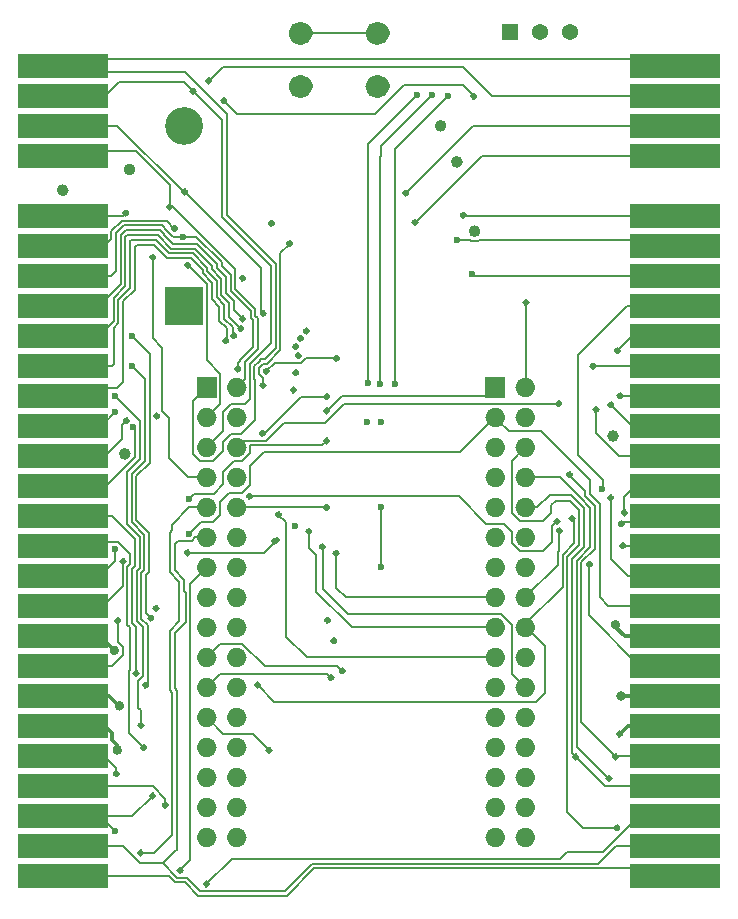
<source format=gbr>
%TF.GenerationSoftware,KiCad,Pcbnew,9.0.5*%
%TF.CreationDate,2025-12-03T10:09:39+00:00*%
%TF.ProjectId,ZX Interface,5a582049-6e74-4657-9266-6163652e6b69,3.2*%
%TF.SameCoordinates,Original*%
%TF.FileFunction,Copper,L1,Top*%
%TF.FilePolarity,Positive*%
%FSLAX46Y46*%
G04 Gerber Fmt 4.6, Leading zero omitted, Abs format (unit mm)*
G04 Created by KiCad (PCBNEW 9.0.5) date 2025-12-03 10:09:39*
%MOMM*%
%LPD*%
G01*
G04 APERTURE LIST*
G04 Aperture macros list*
%AMRoundRect*
0 Rectangle with rounded corners*
0 $1 Rounding radius*
0 $2 $3 $4 $5 $6 $7 $8 $9 X,Y pos of 4 corners*
0 Add a 4 corners polygon primitive as box body*
4,1,4,$2,$3,$4,$5,$6,$7,$8,$9,$2,$3,0*
0 Add four circle primitives for the rounded corners*
1,1,$1+$1,$2,$3*
1,1,$1+$1,$4,$5*
1,1,$1+$1,$6,$7*
1,1,$1+$1,$8,$9*
0 Add four rect primitives between the rounded corners*
20,1,$1+$1,$2,$3,$4,$5,0*
20,1,$1+$1,$4,$5,$6,$7,0*
20,1,$1+$1,$6,$7,$8,$9,0*
20,1,$1+$1,$8,$9,$2,$3,0*%
G04 Aperture macros list end*
%TA.AperFunction,Conductor*%
%ADD10C,0.300000*%
%TD*%
%TA.AperFunction,Conductor*%
%ADD11C,0.850000*%
%TD*%
%TA.AperFunction,Conductor*%
%ADD12C,0.000000*%
%TD*%
%TA.AperFunction,Conductor*%
%ADD13C,0.500000*%
%TD*%
%TA.AperFunction,Conductor*%
%ADD14C,1.600000*%
%TD*%
%TA.AperFunction,Conductor*%
%ADD15C,1.000000*%
%TD*%
%TA.AperFunction,Conductor*%
%ADD16C,0.400000*%
%TD*%
%TA.AperFunction,SMDPad,CuDef*%
%ADD17R,7.620000X1.524000*%
%TD*%
%TA.AperFunction,ComponentPad*%
%ADD18R,1.370000X1.370000*%
%TD*%
%TA.AperFunction,ComponentPad*%
%ADD19C,1.370000*%
%TD*%
%TA.AperFunction,ComponentPad*%
%ADD20O,2.055000X1.500000*%
%TD*%
%TA.AperFunction,ComponentPad*%
%ADD21RoundRect,0.250000X1.350000X-1.350000X1.350000X1.350000X-1.350000X1.350000X-1.350000X-1.350000X0*%
%TD*%
%TA.AperFunction,ComponentPad*%
%ADD22C,3.200000*%
%TD*%
%TA.AperFunction,ComponentPad*%
%ADD23R,1.530000X1.530000*%
%TD*%
%TA.AperFunction,ComponentPad*%
%ADD24C,1.530000*%
%TD*%
%TA.AperFunction,ViaPad*%
%ADD25C,0.500000*%
%TD*%
%TA.AperFunction,ViaPad*%
%ADD26C,0.600000*%
%TD*%
%TA.AperFunction,Conductor*%
%ADD27C,0.200000*%
%TD*%
%TA.AperFunction,Conductor*%
%ADD28C,0.350000*%
%TD*%
G04 APERTURE END LIST*
%TO.N,DIN41-D3*%
D10*
X95420000Y-91810000D02*
G75*
G02*
X95120000Y-91810000I-150000J0D01*
G01*
X95120000Y-91810000D02*
G75*
G02*
X95420000Y-91810000I150000J0D01*
G01*
%TO.N,DIN32-{slash}IORQ*%
X87780000Y-126692120D02*
G75*
G02*
X87480000Y-126692120I-150000J0D01*
G01*
X87480000Y-126692120D02*
G75*
G02*
X87780000Y-126692120I150000J0D01*
G01*
%TO.N,DIN43-D5*%
X127890000Y-93080000D02*
G75*
G02*
X127590000Y-93080000I-150000J0D01*
G01*
X127590000Y-93080000D02*
G75*
G02*
X127890000Y-93080000I150000J0D01*
G01*
%TO.N,DIN45-D7*%
D11*
X117835000Y-103810000D02*
G75*
G02*
X116985000Y-103810000I-425000J0D01*
G01*
X116985000Y-103810000D02*
G75*
G02*
X117835000Y-103810000I425000J0D01*
G01*
%TO.N,DIN14-A5*%
X93394000Y-121590000D02*
G75*
G02*
X92544000Y-121590000I-425000J0D01*
G01*
X92544000Y-121590000D02*
G75*
G02*
X93394000Y-121590000I425000J0D01*
G01*
%TO.N,DIN9-A0*%
X95934000Y-116510000D02*
G75*
G02*
X95084000Y-116510000I-425000J0D01*
G01*
X95084000Y-116510000D02*
G75*
G02*
X95934000Y-116510000I425000J0D01*
G01*
%TO.N,DIN25-CLOCK*%
X120375000Y-96190000D02*
G75*
G02*
X119525000Y-96190000I-425000J0D01*
G01*
X119525000Y-96190000D02*
G75*
G02*
X120375000Y-96190000I425000J0D01*
G01*
%TO.N,DIN27-{slash}BUSACK*%
D10*
X127855120Y-133485120D02*
G75*
G02*
X127555120Y-133485120I-150000J0D01*
G01*
X127555120Y-133485120D02*
G75*
G02*
X127855120Y-133485120I150000J0D01*
G01*
%TO.N,DIN33-{slash}MREQ*%
X87145000Y-120400000D02*
G75*
G02*
X86845000Y-120400000I-150000J0D01*
G01*
X86845000Y-120400000D02*
G75*
G02*
X87145000Y-120400000I150000J0D01*
G01*
%TO.N,DIN36-{slash}IORQGE*%
X104106240Y-93734360D02*
G75*
G02*
X103806240Y-93734360I-150000J0D01*
G01*
X103806240Y-93734360D02*
G75*
G02*
X104106240Y-93734360I150000J0D01*
G01*
D12*
%TA.AperFunction,Conductor*%
%TO.N,DIN47-{slash}WR*%
G36*
X84582000Y-115681000D02*
G01*
X76962000Y-115681000D01*
X76962000Y-113681000D01*
X84582000Y-113681000D01*
X84582000Y-115681000D01*
G37*
%TD.AperFunction*%
%TA.AperFunction,Conductor*%
%TO.N,DIN40-D2*%
G36*
X84582000Y-87741000D02*
G01*
X76962000Y-87741000D01*
X76962000Y-85741000D01*
X84582000Y-85741000D01*
X84582000Y-87741000D01*
G37*
%TD.AperFunction*%
%TO.N,unconnected-(J1-Pad25)*%
D11*
X93394000Y-126670000D02*
G75*
G02*
X92544000Y-126670000I-425000J0D01*
G01*
X92544000Y-126670000D02*
G75*
G02*
X93394000Y-126670000I425000J0D01*
G01*
D12*
%TA.AperFunction,Conductor*%
%TO.N,DIN48-{slash}M1*%
G36*
X84582000Y-128381000D02*
G01*
X76962000Y-128381000D01*
X76962000Y-126381000D01*
X84582000Y-126381000D01*
X84582000Y-128381000D01*
G37*
%TD.AperFunction*%
%TA.AperFunction,Conductor*%
%TO.N,DIN46-{slash}RD*%
G36*
X136460000Y-113141000D02*
G01*
X128840000Y-113141000D01*
X128840000Y-111141000D01*
X136460000Y-111141000D01*
X136460000Y-113141000D01*
G37*
%TD.AperFunction*%
D10*
X127315910Y-105532840D02*
G75*
G02*
X127015910Y-105532840I-150000J0D01*
G01*
X127015910Y-105532840D02*
G75*
G02*
X127315910Y-105532840I150000J0D01*
G01*
%TO.N,DIN17-A8*%
X88833280Y-114883280D02*
G75*
G02*
X88533280Y-114883280I-150000J0D01*
G01*
X88533280Y-114883280D02*
G75*
G02*
X88833280Y-114883280I150000J0D01*
G01*
%TO.N,DIN15-A6*%
X104583000Y-120193000D02*
G75*
G02*
X104283000Y-120193000I-150000J0D01*
G01*
X104283000Y-120193000D02*
G75*
G02*
X104583000Y-120193000I150000J0D01*
G01*
D12*
%TA.AperFunction,Conductor*%
%TO.N,DIN45-D7*%
G36*
X136460000Y-75041000D02*
G01*
X128840000Y-75041000D01*
X128840000Y-73041000D01*
X136460000Y-73041000D01*
X136460000Y-75041000D01*
G37*
%TD.AperFunction*%
%TO.N,DIN42-D4*%
D11*
X117835000Y-111430000D02*
G75*
G02*
X116985000Y-111430000I-425000J0D01*
G01*
X116985000Y-111430000D02*
G75*
G02*
X117835000Y-111430000I425000J0D01*
G01*
%TO.N,DIN3-Y-{slash}DRD*%
D10*
X122920000Y-97573000D02*
G75*
G02*
X122620000Y-97573000I-150000J0D01*
G01*
X122620000Y-97573000D02*
G75*
G02*
X122920000Y-97573000I150000J0D01*
G01*
%TO.N,DIN2-VIDEO-OE2*%
D11*
X95934000Y-98730000D02*
G75*
G02*
X95084000Y-98730000I-425000J0D01*
G01*
X95084000Y-98730000D02*
G75*
G02*
X95934000Y-98730000I425000J0D01*
G01*
D12*
%TA.AperFunction,Conductor*%
%TO.N,DIN33-{slash}MREQ*%
G36*
X84582000Y-108061000D02*
G01*
X76962000Y-108061000D01*
X76962000Y-106061000D01*
X84582000Y-106061000D01*
X84582000Y-108061000D01*
G37*
%TD.AperFunction*%
%TO.N,unconnected-(J1-Pad30)*%
D11*
X95934000Y-131750000D02*
G75*
G02*
X95084000Y-131750000I-425000J0D01*
G01*
X95084000Y-131750000D02*
G75*
G02*
X95934000Y-131750000I425000J0D01*
G01*
%TO.N,DIN39-D1*%
X117835000Y-119050000D02*
G75*
G02*
X116985000Y-119050000I-425000J0D01*
G01*
X116985000Y-119050000D02*
G75*
G02*
X117835000Y-119050000I425000J0D01*
G01*
%TO.N,DIN10-A1*%
D10*
X88401700Y-115718580D02*
G75*
G02*
X88101700Y-115718580I-150000J0D01*
G01*
X88101700Y-115718580D02*
G75*
G02*
X88401700Y-115718580I150000J0D01*
G01*
D12*
%TA.AperFunction,Conductor*%
%TO.N,DIN24-A15*%
G36*
X84582000Y-69961000D02*
G01*
X76962000Y-69961000D01*
X76962000Y-67961000D01*
X84582000Y-67961000D01*
X84582000Y-69961000D01*
G37*
%TD.AperFunction*%
%TA.AperFunction,Conductor*%
%TO.N,POWER_12VAC*%
G36*
X84582000Y-125841000D02*
G01*
X76962000Y-125841000D01*
X76962000Y-123841000D01*
X84582000Y-123841000D01*
X84582000Y-125841000D01*
G37*
%TD.AperFunction*%
%TO.N,DIN15-A6*%
D11*
X93394000Y-119050000D02*
G75*
G02*
X92544000Y-119050000I-425000J0D01*
G01*
X92544000Y-119050000D02*
G75*
G02*
X93394000Y-119050000I425000J0D01*
G01*
%TO.N,DIN1-NCA4-OE1*%
X95934000Y-96190000D02*
G75*
G02*
X95084000Y-96190000I-425000J0D01*
G01*
X95084000Y-96190000D02*
G75*
G02*
X95934000Y-96190000I425000J0D01*
G01*
%TO.N,DIN30-{slash}WAIT*%
D10*
X85580000Y-115940000D02*
G75*
G02*
X85280000Y-115940000I-150000J0D01*
G01*
X85280000Y-115940000D02*
G75*
G02*
X85580000Y-115940000I150000J0D01*
G01*
%TO.N,POWER_+9V*%
D13*
X114400000Y-77090000D02*
G75*
G02*
X113900000Y-77090000I-250000J0D01*
G01*
X113900000Y-77090000D02*
G75*
G02*
X114400000Y-77090000I250000J0D01*
G01*
%TO.N,DIN35-{slash}NMI*%
D11*
X120375000Y-121590000D02*
G75*
G02*
X119525000Y-121590000I-425000J0D01*
G01*
X119525000Y-121590000D02*
G75*
G02*
X120375000Y-121590000I425000J0D01*
G01*
D12*
%TA.AperFunction,Conductor*%
%TO.N,POWER5V*%
G36*
X92659000Y-90881000D02*
G01*
X89459000Y-90881000D01*
X89459000Y-87681000D01*
X92659000Y-87681000D01*
X92659000Y-90881000D01*
G37*
%TD.AperFunction*%
%TO.N,DIN44-D6*%
D10*
X96160000Y-90389000D02*
G75*
G02*
X95860000Y-90389000I-150000J0D01*
G01*
X95860000Y-90389000D02*
G75*
G02*
X96160000Y-90389000I150000J0D01*
G01*
%TO.N,DIN12-A3*%
D11*
X95934000Y-124130000D02*
G75*
G02*
X95084000Y-124130000I-425000J0D01*
G01*
X95084000Y-124130000D02*
G75*
G02*
X95934000Y-124130000I425000J0D01*
G01*
%TO.N,POWER5V*%
X95934000Y-129210000D02*
G75*
G02*
X95084000Y-129210000I-425000J0D01*
G01*
X95084000Y-129210000D02*
G75*
G02*
X95934000Y-129210000I425000J0D01*
G01*
%TO.N,DIN45-D7*%
D10*
X91255240Y-79634770D02*
G75*
G02*
X90955240Y-79634770I-150000J0D01*
G01*
X90955240Y-79634770D02*
G75*
G02*
X91255240Y-79634770I150000J0D01*
G01*
%TO.N,DIN36-{slash}IORQGE*%
D11*
X120375000Y-124130000D02*
G75*
G02*
X119525000Y-124130000I-425000J0D01*
G01*
X119525000Y-124130000D02*
G75*
G02*
X120375000Y-124130000I425000J0D01*
G01*
D12*
%TA.AperFunction,Conductor*%
%TO.N,DIN1-NCA4-OE1*%
G36*
X136460000Y-77581000D02*
G01*
X128840000Y-77581000D01*
X128840000Y-75581000D01*
X136460000Y-75581000D01*
X136460000Y-77581000D01*
G37*
%TD.AperFunction*%
%TO.N,unconnected-(J1-Pad29)*%
D11*
X93394000Y-131750000D02*
G75*
G02*
X92544000Y-131750000I-425000J0D01*
G01*
X92544000Y-131750000D02*
G75*
G02*
X93394000Y-131750000I425000J0D01*
G01*
D12*
%TA.AperFunction,Conductor*%
%TO.N,DIN41-D3*%
G36*
X84582000Y-95361000D02*
G01*
X76962000Y-95361000D01*
X76962000Y-93361000D01*
X84582000Y-93361000D01*
X84582000Y-95361000D01*
G37*
%TD.AperFunction*%
%TO.N,DIN20-A11*%
D11*
X93394000Y-106350000D02*
G75*
G02*
X92544000Y-106350000I-425000J0D01*
G01*
X92544000Y-106350000D02*
G75*
G02*
X93394000Y-106350000I425000J0D01*
G01*
%TO.N,GND*%
D13*
X127620000Y-100300000D02*
G75*
G02*
X127120000Y-100300000I-250000J0D01*
G01*
X127120000Y-100300000D02*
G75*
G02*
X127620000Y-100300000I250000J0D01*
G01*
D12*
%TA.AperFunction,Conductor*%
%TO.N,DIN40-D2*%
G36*
X136460000Y-87741000D02*
G01*
X128840000Y-87741000D01*
X128840000Y-85741000D01*
X136460000Y-85741000D01*
X136460000Y-87741000D01*
G37*
%TD.AperFunction*%
%TA.AperFunction,Conductor*%
%TO.N,DIN35-{slash}NMI*%
G36*
X84582000Y-102981000D02*
G01*
X76962000Y-102981000D01*
X76962000Y-100981000D01*
X84582000Y-100981000D01*
X84582000Y-102981000D01*
G37*
%TD.AperFunction*%
%TO.N,unconnected-(J1-Pad26)*%
D11*
X95934000Y-126670000D02*
G75*
G02*
X95084000Y-126670000I-425000J0D01*
G01*
X95084000Y-126670000D02*
G75*
G02*
X95934000Y-126670000I425000J0D01*
G01*
%TO.N,POWER5_VIN*%
D14*
X91859000Y-74041000D02*
G75*
G02*
X90259000Y-74041000I-800000J0D01*
G01*
X90259000Y-74041000D02*
G75*
G02*
X91859000Y-74041000I800000J0D01*
G01*
D12*
%TA.AperFunction,Conductor*%
%TO.N,DIN1-NCA4-OE1*%
G36*
X84582000Y-77581000D02*
G01*
X76962000Y-77581000D01*
X76962000Y-75581000D01*
X84582000Y-75581000D01*
X84582000Y-77581000D01*
G37*
%TD.AperFunction*%
%TO.N,DIN39-D1*%
D10*
X99200000Y-106960000D02*
G75*
G02*
X98900000Y-106960000I-150000J0D01*
G01*
X98900000Y-106960000D02*
G75*
G02*
X99200000Y-106960000I150000J0D01*
G01*
D12*
%TA.AperFunction,Conductor*%
%TO.N,DIN19-A10*%
G36*
X136460000Y-136001000D02*
G01*
X128840000Y-136001000D01*
X128840000Y-134001000D01*
X136460000Y-134001000D01*
X136460000Y-136001000D01*
G37*
%TD.AperFunction*%
%TO.N,DIN13-A4*%
D10*
X98410000Y-126920000D02*
G75*
G02*
X98110000Y-126920000I-150000J0D01*
G01*
X98110000Y-126920000D02*
G75*
G02*
X98410000Y-126920000I150000J0D01*
G01*
%TO.N,DIN19-A10*%
D11*
X93394000Y-108890000D02*
G75*
G02*
X92544000Y-108890000I-425000J0D01*
G01*
X92544000Y-108890000D02*
G75*
G02*
X93394000Y-108890000I425000J0D01*
G01*
%TO.N,DIN31-{slash}BUSRQ*%
D10*
X98899010Y-109194775D02*
G75*
G02*
X98599010Y-109194775I-150000J0D01*
G01*
X98599010Y-109194775D02*
G75*
G02*
X98899010Y-109194775I150000J0D01*
G01*
D12*
%TA.AperFunction,Conductor*%
%TO.N,DIN44-D6*%
G36*
X136460000Y-90281000D02*
G01*
X128840000Y-90281000D01*
X128840000Y-88281000D01*
X136460000Y-88281000D01*
X136460000Y-90281000D01*
G37*
%TD.AperFunction*%
%TO.N,DIN43-D5*%
D10*
X96010000Y-91205000D02*
G75*
G02*
X95710000Y-91205000I-150000J0D01*
G01*
X95710000Y-91205000D02*
G75*
G02*
X96010000Y-91205000I150000J0D01*
G01*
%TO.N,DIN47-{slash}WR*%
X86045270Y-110914270D02*
G75*
G02*
X85745270Y-110914270I-150000J0D01*
G01*
X85745270Y-110914270D02*
G75*
G02*
X86045270Y-110914270I150000J0D01*
G01*
%TO.N,DIN33-{slash}MREQ*%
X128218080Y-107741920D02*
G75*
G02*
X127918080Y-107741920I-150000J0D01*
G01*
X127918080Y-107741920D02*
G75*
G02*
X128218080Y-107741920I150000J0D01*
G01*
%TO.N,DIN8-{slash}RESET*%
D15*
X107910000Y-66210000D02*
G75*
G02*
X106910000Y-66210000I-500000J0D01*
G01*
X106910000Y-66210000D02*
G75*
G02*
X107910000Y-66210000I500000J0D01*
G01*
%TO.N,DIN41-D3*%
D10*
X101061040Y-92034290D02*
G75*
G02*
X100761040Y-92034290I-150000J0D01*
G01*
X100761040Y-92034290D02*
G75*
G02*
X101061040Y-92034290I150000J0D01*
G01*
%TO.N,DIN28-{slash}ROMCS*%
X127171530Y-129286000D02*
G75*
G02*
X126871530Y-129286000I-150000J0D01*
G01*
X126871530Y-129286000D02*
G75*
G02*
X127171530Y-129286000I150000J0D01*
G01*
%TO.N,DIN45-D7*%
X109980000Y-79740000D02*
G75*
G02*
X109680000Y-79740000I-150000J0D01*
G01*
X109680000Y-79740000D02*
G75*
G02*
X109980000Y-79740000I150000J0D01*
G01*
%TO.N,DIN34-{slash}HALT*%
X128490000Y-106800000D02*
G75*
G02*
X128190000Y-106800000I-150000J0D01*
G01*
X128190000Y-106800000D02*
G75*
G02*
X128490000Y-106800000I150000J0D01*
G01*
%TO.N,unconnected-(J2-Pad25)*%
D11*
X117835000Y-126670000D02*
G75*
G02*
X116985000Y-126670000I-425000J0D01*
G01*
X116985000Y-126670000D02*
G75*
G02*
X117835000Y-126670000I425000J0D01*
G01*
%TO.N,POWER_+12V*%
D16*
X85780000Y-123140000D02*
G75*
G02*
X85380000Y-123140000I-200000J0D01*
G01*
X85380000Y-123140000D02*
G75*
G02*
X85780000Y-123140000I200000J0D01*
G01*
%TO.N,DIN22-A13*%
D11*
X93394000Y-101270000D02*
G75*
G02*
X92544000Y-101270000I-425000J0D01*
G01*
X92544000Y-101270000D02*
G75*
G02*
X93394000Y-101270000I425000J0D01*
G01*
%TO.N,DIN38-D0*%
X117835000Y-121590000D02*
G75*
G02*
X116985000Y-121590000I-425000J0D01*
G01*
X116985000Y-121590000D02*
G75*
G02*
X117835000Y-121590000I425000J0D01*
G01*
%TO.N,DIN29-{slash}RFRSH*%
D10*
X124350000Y-127464740D02*
G75*
G02*
X124050000Y-127464740I-150000J0D01*
G01*
X124050000Y-127464740D02*
G75*
G02*
X124350000Y-127464740I150000J0D01*
G01*
%TO.N,DIN26-Spare3*%
D11*
X120375000Y-98730000D02*
G75*
G02*
X119525000Y-98730000I-425000J0D01*
G01*
X119525000Y-98730000D02*
G75*
G02*
X120375000Y-98730000I425000J0D01*
G01*
%TO.N,DIN5-U-{slash}MTR*%
X95934000Y-106350000D02*
G75*
G02*
X95084000Y-106350000I-425000J0D01*
G01*
X95084000Y-106350000D02*
G75*
G02*
X95934000Y-106350000I425000J0D01*
G01*
%TO.N,POWER5V*%
X117835000Y-129210000D02*
G75*
G02*
X116985000Y-129210000I-425000J0D01*
G01*
X116985000Y-129210000D02*
G75*
G02*
X117835000Y-129210000I425000J0D01*
G01*
D12*
%TA.AperFunction,Conductor*%
%TO.N,DIN41-D3*%
G36*
X136460000Y-95361000D02*
G01*
X128840000Y-95361000D01*
X128840000Y-93361000D01*
X136460000Y-93361000D01*
X136460000Y-95361000D01*
G37*
%TD.AperFunction*%
%TO.N,DIN35-{slash}NMI*%
D10*
X86325300Y-99002330D02*
G75*
G02*
X86025300Y-99002330I-150000J0D01*
G01*
X86025300Y-99002330D02*
G75*
G02*
X86325300Y-99002330I150000J0D01*
G01*
X126090000Y-98070000D02*
G75*
G02*
X125790000Y-98070000I-150000J0D01*
G01*
X125790000Y-98070000D02*
G75*
G02*
X126090000Y-98070000I150000J0D01*
G01*
D12*
%TA.AperFunction,Conductor*%
%TO.N,DIN32-{slash}IORQ*%
G36*
X84582000Y-110601000D02*
G01*
X76962000Y-110601000D01*
X76962000Y-108601000D01*
X84582000Y-108601000D01*
X84582000Y-110601000D01*
G37*
%TD.AperFunction*%
%TO.N,DIN46-{slash}RD*%
D11*
X117835000Y-101270000D02*
G75*
G02*
X116985000Y-101270000I-425000J0D01*
G01*
X116985000Y-101270000D02*
G75*
G02*
X117835000Y-101270000I425000J0D01*
G01*
%TO.N,DIN30-{slash}WAIT*%
D10*
X125535500Y-111172500D02*
G75*
G02*
X125235500Y-111172500I-150000J0D01*
G01*
X125235500Y-111172500D02*
G75*
G02*
X125535500Y-111172500I150000J0D01*
G01*
%TO.N,DIN40-D2*%
X95765000Y-94638040D02*
G75*
G02*
X95465000Y-94638040I-150000J0D01*
G01*
X95465000Y-94638040D02*
G75*
G02*
X95765000Y-94638040I150000J0D01*
G01*
%TO.N,DIN8-{slash}RESET*%
D11*
X95934000Y-113970000D02*
G75*
G02*
X95084000Y-113970000I-425000J0D01*
G01*
X95084000Y-113970000D02*
G75*
G02*
X95934000Y-113970000I425000J0D01*
G01*
%TO.N,GND*%
D15*
X107910000Y-70710000D02*
G75*
G02*
X106910000Y-70710000I-500000J0D01*
G01*
X106910000Y-70710000D02*
G75*
G02*
X107910000Y-70710000I500000J0D01*
G01*
%TO.N,DIN46-{slash}RD*%
D10*
X103274000Y-100720000D02*
G75*
G02*
X102974000Y-100720000I-150000J0D01*
G01*
X102974000Y-100720000D02*
G75*
G02*
X103274000Y-100720000I150000J0D01*
G01*
%TO.N,DIN36-{slash}IORQGE*%
X98165000Y-94805000D02*
G75*
G02*
X97865000Y-94805000I-150000J0D01*
G01*
X97865000Y-94805000D02*
G75*
G02*
X98165000Y-94805000I150000J0D01*
G01*
%TO.N,POWER_12VAC*%
D16*
X85600000Y-126890000D02*
G75*
G02*
X85200000Y-126890000I-200000J0D01*
G01*
X85200000Y-126890000D02*
G75*
G02*
X85600000Y-126890000I200000J0D01*
G01*
D12*
%TA.AperFunction,Conductor*%
%TO.N,DIN44-D6*%
G36*
X84582000Y-90281000D02*
G01*
X76962000Y-90281000D01*
X76962000Y-88281000D01*
X84582000Y-88281000D01*
X84582000Y-90281000D01*
G37*
%TD.AperFunction*%
%TA.AperFunction,Conductor*%
%TO.N,DIN29-{slash}RFRSH*%
G36*
X136460000Y-130921000D02*
G01*
X128840000Y-130921000D01*
X128840000Y-128921000D01*
X136460000Y-128921000D01*
X136460000Y-130921000D01*
G37*
%TD.AperFunction*%
%TO.N,DIN42-D4*%
D10*
X94744140Y-92238040D02*
G75*
G02*
X94444140Y-92238040I-150000J0D01*
G01*
X94444140Y-92238040D02*
G75*
G02*
X94744140Y-92238040I150000J0D01*
G01*
D12*
%TA.AperFunction,Conductor*%
%TO.N,DIN43-D5*%
G36*
X84582000Y-92821000D02*
G01*
X76962000Y-92821000D01*
X76962000Y-90821000D01*
X84582000Y-90821000D01*
X84582000Y-92821000D01*
G37*
%TD.AperFunction*%
%TO.N,DIN31-{slash}BUSRQ*%
D11*
X120375000Y-111430000D02*
G75*
G02*
X119525000Y-111430000I-425000J0D01*
G01*
X119525000Y-111430000D02*
G75*
G02*
X120375000Y-111430000I425000J0D01*
G01*
%TO.N,GND*%
X95934000Y-134290000D02*
G75*
G02*
X95084000Y-134290000I-425000J0D01*
G01*
X95084000Y-134290000D02*
G75*
G02*
X95934000Y-134290000I425000J0D01*
G01*
%TO.N,DIN34-{slash}HALT*%
D10*
X100474000Y-96410000D02*
G75*
G02*
X100174000Y-96410000I-150000J0D01*
G01*
X100174000Y-96410000D02*
G75*
G02*
X100474000Y-96410000I150000J0D01*
G01*
%TO.N,DIN32-{slash}IORQ*%
X122983940Y-108326990D02*
G75*
G02*
X122683940Y-108326990I-150000J0D01*
G01*
X122683940Y-108326990D02*
G75*
G02*
X122983940Y-108326990I150000J0D01*
G01*
%TO.N,DIN7-Spare2*%
D11*
X95934000Y-111430000D02*
G75*
G02*
X95084000Y-111430000I-425000J0D01*
G01*
X95084000Y-111430000D02*
G75*
G02*
X95934000Y-111430000I425000J0D01*
G01*
%TO.N,DIN38-D0*%
D10*
X86280000Y-81430000D02*
G75*
G02*
X85980000Y-81430000I-150000J0D01*
G01*
X85980000Y-81430000D02*
G75*
G02*
X86280000Y-81430000I150000J0D01*
G01*
%TO.N,DIN17-A8*%
D11*
X93394000Y-113970000D02*
G75*
G02*
X92544000Y-113970000I-425000J0D01*
G01*
X92544000Y-113970000D02*
G75*
G02*
X93394000Y-113970000I425000J0D01*
G01*
%TO.N,DIN37-{slash}INT*%
X117835000Y-124130000D02*
G75*
G02*
X116985000Y-124130000I-425000J0D01*
G01*
X116985000Y-124130000D02*
G75*
G02*
X117835000Y-124130000I425000J0D01*
G01*
%TO.N,DIN25-CLOCK*%
D10*
X120150000Y-89000000D02*
G75*
G02*
X119850000Y-89000000I-150000J0D01*
G01*
X119850000Y-89000000D02*
G75*
G02*
X120150000Y-89000000I150000J0D01*
G01*
D12*
%TA.AperFunction,Conductor*%
%TO.N,DIN22-A13*%
G36*
X136460000Y-72501000D02*
G01*
X128840000Y-72501000D01*
X128840000Y-70501000D01*
X136460000Y-70501000D01*
X136460000Y-72501000D01*
G37*
%TD.AperFunction*%
%TO.N,POWER_-5V*%
D16*
X127780000Y-116270000D02*
G75*
G02*
X127380000Y-116270000I-200000J0D01*
G01*
X127380000Y-116270000D02*
G75*
G02*
X127780000Y-116270000I200000J0D01*
G01*
D12*
%TA.AperFunction,Conductor*%
%TO.N,DIN38-D0*%
G36*
X84582000Y-82661000D02*
G01*
X76962000Y-82661000D01*
X76962000Y-80661000D01*
X84582000Y-80661000D01*
X84582000Y-82661000D01*
G37*
%TD.AperFunction*%
%TO.N,GND*%
D13*
X115900000Y-82960000D02*
G75*
G02*
X115400000Y-82960000I-250000J0D01*
G01*
X115400000Y-82960000D02*
G75*
G02*
X115900000Y-82960000I250000J0D01*
G01*
%TO.N,DIN5-U-{slash}MTR*%
D10*
X103277530Y-106343000D02*
G75*
G02*
X102977530Y-106343000I-150000J0D01*
G01*
X102977530Y-106343000D02*
G75*
G02*
X103277530Y-106343000I150000J0D01*
G01*
D12*
%TA.AperFunction,Conductor*%
%TO.N,DIN48-{slash}M1*%
G36*
X136460000Y-128381000D02*
G01*
X128840000Y-128381000D01*
X128840000Y-126381000D01*
X136460000Y-126381000D01*
X136460000Y-128381000D01*
G37*
%TD.AperFunction*%
%TO.N,DIN41-D3*%
D10*
X104078030Y-110218030D02*
G75*
G02*
X103778030Y-110218030I-150000J0D01*
G01*
X103778030Y-110218030D02*
G75*
G02*
X104078030Y-110218030I150000J0D01*
G01*
D12*
%TA.AperFunction,Conductor*%
%TO.N,DIN48-{slash}M1*%
G36*
X118260000Y-97040000D02*
G01*
X116560000Y-97040000D01*
X116560000Y-95340000D01*
X118260000Y-95340000D01*
X118260000Y-97040000D01*
G37*
%TD.AperFunction*%
%TO.N,DIN11-A2*%
D10*
X87950000Y-121400000D02*
G75*
G02*
X87650000Y-121400000I-150000J0D01*
G01*
X87650000Y-121400000D02*
G75*
G02*
X87950000Y-121400000I150000J0D01*
G01*
D12*
%TA.AperFunction,Conductor*%
%TO.N,DIN30-{slash}WAIT*%
G36*
X84582000Y-120761000D02*
G01*
X76962000Y-120761000D01*
X76962000Y-118761000D01*
X84582000Y-118761000D01*
X84582000Y-120761000D01*
G37*
%TD.AperFunction*%
%TO.N,POWER5_VIN*%
D13*
X113030000Y-74030000D02*
G75*
G02*
X112530000Y-74030000I-250000J0D01*
G01*
X112530000Y-74030000D02*
G75*
G02*
X113030000Y-74030000I250000J0D01*
G01*
%TO.N,unconnected-(J2-Pad29)*%
D11*
X117835000Y-131750000D02*
G75*
G02*
X116985000Y-131750000I-425000J0D01*
G01*
X116985000Y-131750000D02*
G75*
G02*
X117835000Y-131750000I425000J0D01*
G01*
%TO.N,DIN43-D5*%
D10*
X101555000Y-91405000D02*
G75*
G02*
X101255000Y-91405000I-150000J0D01*
G01*
X101255000Y-91405000D02*
G75*
G02*
X101555000Y-91405000I150000J0D01*
G01*
%TO.N,DIN21-A12*%
X94570000Y-71900000D02*
G75*
G02*
X94270000Y-71900000I-150000J0D01*
G01*
X94270000Y-71900000D02*
G75*
G02*
X94570000Y-71900000I150000J0D01*
G01*
%TO.N,DIN8-{slash}RESET*%
D15*
X101410000Y-66210000D02*
G75*
G02*
X100410000Y-66210000I-500000J0D01*
G01*
X100410000Y-66210000D02*
G75*
G02*
X101410000Y-66210000I500000J0D01*
G01*
D12*
%TA.AperFunction,Conductor*%
%TO.N,DIN30-{slash}WAIT*%
G36*
X136460000Y-120761000D02*
G01*
X128840000Y-120761000D01*
X128840000Y-118761000D01*
X136460000Y-118761000D01*
X136460000Y-120761000D01*
G37*
%TD.AperFunction*%
%TO.N,DIN23-A14*%
D10*
X91525360Y-85839000D02*
G75*
G02*
X91225360Y-85839000I-150000J0D01*
G01*
X91225360Y-85839000D02*
G75*
G02*
X91525360Y-85839000I150000J0D01*
G01*
%TO.N,POWER_+9V*%
D13*
X86690000Y-77730000D02*
G75*
G02*
X86190000Y-77730000I-250000J0D01*
G01*
X86190000Y-77730000D02*
G75*
G02*
X86690000Y-77730000I250000J0D01*
G01*
D12*
%TA.AperFunction,Conductor*%
%TO.N,DIN34-{slash}HALT*%
G36*
X136460000Y-105521000D02*
G01*
X128840000Y-105521000D01*
X128840000Y-103521000D01*
X136460000Y-103521000D01*
X136460000Y-105521000D01*
G37*
%TD.AperFunction*%
%TA.AperFunction,Conductor*%
%TO.N,DIN42-D4*%
G36*
X84582000Y-97901000D02*
G01*
X76962000Y-97901000D01*
X76962000Y-95901000D01*
X84582000Y-95901000D01*
X84582000Y-97901000D01*
G37*
%TD.AperFunction*%
%TO.N,DIN2-VIDEO-OE2*%
D10*
X97850000Y-100080000D02*
G75*
G02*
X97550000Y-100080000I-150000J0D01*
G01*
X97550000Y-100080000D02*
G75*
G02*
X97850000Y-100080000I150000J0D01*
G01*
D12*
%TA.AperFunction,Conductor*%
%TO.N,POWER_+12V*%
G36*
X136460000Y-123301000D02*
G01*
X128840000Y-123301000D01*
X128840000Y-121301000D01*
X136460000Y-121301000D01*
X136460000Y-123301000D01*
G37*
%TD.AperFunction*%
%TO.N,DIN42-D4*%
D10*
X128121000Y-96901000D02*
G75*
G02*
X127821000Y-96901000I-150000J0D01*
G01*
X127821000Y-96901000D02*
G75*
G02*
X128121000Y-96901000I150000J0D01*
G01*
%TO.N,DIN38-D0*%
X114840000Y-81590000D02*
G75*
G02*
X114540000Y-81590000I-150000J0D01*
G01*
X114540000Y-81590000D02*
G75*
G02*
X114840000Y-81590000I150000J0D01*
G01*
D12*
%TA.AperFunction,Conductor*%
%TO.N,DIN24-A15*%
G36*
X136460000Y-69961000D02*
G01*
X128840000Y-69961000D01*
X128840000Y-67961000D01*
X136460000Y-67961000D01*
X136460000Y-69961000D01*
G37*
%TD.AperFunction*%
%TO.N,DIN32-{slash}IORQ*%
D10*
X128350000Y-109601000D02*
G75*
G02*
X128050000Y-109601000I-150000J0D01*
G01*
X128050000Y-109601000D02*
G75*
G02*
X128350000Y-109601000I150000J0D01*
G01*
%TO.N,DIN16-A7*%
X103890000Y-117653000D02*
G75*
G02*
X103590000Y-117653000I-150000J0D01*
G01*
X103590000Y-117653000D02*
G75*
G02*
X103890000Y-117653000I150000J0D01*
G01*
%TO.N,POWER5V*%
D11*
X93394000Y-129210000D02*
G75*
G02*
X92544000Y-129210000I-425000J0D01*
G01*
X92544000Y-129210000D02*
G75*
G02*
X93394000Y-129210000I425000J0D01*
G01*
%TO.N,DIN12-A3*%
D10*
X87550000Y-124800000D02*
G75*
G02*
X87250000Y-124800000I-150000J0D01*
G01*
X87250000Y-124800000D02*
G75*
G02*
X87550000Y-124800000I150000J0D01*
G01*
%TO.N,DIN1-NCA4-OE1*%
X89977340Y-80896870D02*
G75*
G02*
X89677340Y-80896870I-150000J0D01*
G01*
X89677340Y-80896870D02*
G75*
G02*
X89977340Y-80896870I150000J0D01*
G01*
%TO.N,DIN35-{slash}NMI*%
X100674000Y-94950000D02*
G75*
G02*
X100374000Y-94950000I-150000J0D01*
G01*
X100374000Y-94950000D02*
G75*
G02*
X100674000Y-94950000I150000J0D01*
G01*
%TO.N,DIN48-{slash}M1*%
X127730000Y-127464740D02*
G75*
G02*
X127430000Y-127464740I-150000J0D01*
G01*
X127430000Y-127464740D02*
G75*
G02*
X127730000Y-127464740I150000J0D01*
G01*
D12*
%TA.AperFunction,Conductor*%
%TO.N,DIN43-D5*%
G36*
X136460000Y-92821000D02*
G01*
X128840000Y-92821000D01*
X128840000Y-90821000D01*
X136460000Y-90821000D01*
X136460000Y-92821000D01*
G37*
%TD.AperFunction*%
%TO.N,POWER_+12V*%
D16*
X128256800Y-122305980D02*
G75*
G02*
X127856800Y-122305980I-200000J0D01*
G01*
X127856800Y-122305980D02*
G75*
G02*
X128256800Y-122305980I200000J0D01*
G01*
%TO.N,DIN29-{slash}RFRSH*%
D10*
X89609000Y-131560000D02*
G75*
G02*
X89309000Y-131560000I-150000J0D01*
G01*
X89309000Y-131560000D02*
G75*
G02*
X89609000Y-131560000I150000J0D01*
G01*
%TO.N,DIN21-A12*%
D11*
X93394000Y-103810000D02*
G75*
G02*
X92544000Y-103810000I-425000J0D01*
G01*
X92544000Y-103810000D02*
G75*
G02*
X93394000Y-103810000I425000J0D01*
G01*
%TO.N,DIN22-A13*%
D10*
X93280000Y-70231000D02*
G75*
G02*
X92980000Y-70231000I-150000J0D01*
G01*
X92980000Y-70231000D02*
G75*
G02*
X93280000Y-70231000I150000J0D01*
G01*
D12*
%TA.AperFunction,Conductor*%
%TO.N,DIN24-A15*%
G36*
X93819000Y-97040000D02*
G01*
X92119000Y-97040000D01*
X92119000Y-95340000D01*
X93819000Y-95340000D01*
X93819000Y-97040000D01*
G37*
%TD.AperFunction*%
%TA.AperFunction,Conductor*%
%TO.N,DIN39-D1*%
G36*
X136460000Y-85201000D02*
G01*
X128840000Y-85201000D01*
X128840000Y-83201000D01*
X136460000Y-83201000D01*
X136460000Y-85201000D01*
G37*
%TD.AperFunction*%
D10*
X100150000Y-84000000D02*
G75*
G02*
X99850000Y-84000000I-150000J0D01*
G01*
X99850000Y-84000000D02*
G75*
G02*
X100150000Y-84000000I150000J0D01*
G01*
%TO.N,DIN33-{slash}MREQ*%
X124053000Y-107280000D02*
G75*
G02*
X123753000Y-107280000I-150000J0D01*
G01*
X123753000Y-107280000D02*
G75*
G02*
X124053000Y-107280000I150000J0D01*
G01*
X97440000Y-121390000D02*
G75*
G02*
X97140000Y-121390000I-150000J0D01*
G01*
X97140000Y-121390000D02*
G75*
G02*
X97440000Y-121390000I150000J0D01*
G01*
%TO.N,DIN41-D3*%
D11*
X117835000Y-113970000D02*
G75*
G02*
X116985000Y-113970000I-425000J0D01*
G01*
X116985000Y-113970000D02*
G75*
G02*
X117835000Y-113970000I425000J0D01*
G01*
D12*
%TA.AperFunction,Conductor*%
%TO.N,DIN17-A8*%
G36*
X136460000Y-133461000D02*
G01*
X128840000Y-133461000D01*
X128840000Y-131461000D01*
X136460000Y-131461000D01*
X136460000Y-133461000D01*
G37*
%TD.AperFunction*%
%TA.AperFunction,Conductor*%
%TO.N,DIN35-{slash}NMI*%
G36*
X136460000Y-102981000D02*
G01*
X128840000Y-102981000D01*
X128840000Y-100981000D01*
X136460000Y-100981000D01*
X136460000Y-102981000D01*
G37*
%TD.AperFunction*%
%TO.N,DIN43-D5*%
D11*
X117835000Y-108890000D02*
G75*
G02*
X116985000Y-108890000I-425000J0D01*
G01*
X116985000Y-108890000D02*
G75*
G02*
X117835000Y-108890000I425000J0D01*
G01*
%TO.N,DIN6-Spare1*%
X95934000Y-108890000D02*
G75*
G02*
X95084000Y-108890000I-425000J0D01*
G01*
X95084000Y-108890000D02*
G75*
G02*
X95934000Y-108890000I425000J0D01*
G01*
D12*
%TA.AperFunction,Conductor*%
%TO.N,DIN33-{slash}MREQ*%
G36*
X136460000Y-108061000D02*
G01*
X128840000Y-108061000D01*
X128840000Y-106061000D01*
X136460000Y-106061000D01*
X136460000Y-108061000D01*
G37*
%TD.AperFunction*%
%TO.N,DIN45-D7*%
D10*
X97910110Y-89936510D02*
G75*
G02*
X97610110Y-89936510I-150000J0D01*
G01*
X97610110Y-89936510D02*
G75*
G02*
X97910110Y-89936510I150000J0D01*
G01*
%TO.N,DIN23-A14*%
D11*
X93394000Y-98730000D02*
G75*
G02*
X92544000Y-98730000I-425000J0D01*
G01*
X92544000Y-98730000D02*
G75*
G02*
X93394000Y-98730000I425000J0D01*
G01*
%TO.N,DIN20-A11*%
D10*
X87520000Y-135601000D02*
G75*
G02*
X87220000Y-135601000I-150000J0D01*
G01*
X87220000Y-135601000D02*
G75*
G02*
X87520000Y-135601000I150000J0D01*
G01*
%TO.N,DIN4-V-{slash}DWR*%
X96750000Y-105400000D02*
G75*
G02*
X96450000Y-105400000I-150000J0D01*
G01*
X96450000Y-105400000D02*
G75*
G02*
X96750000Y-105400000I150000J0D01*
G01*
%TO.N,DIN48-{slash}M1*%
X85460000Y-128898530D02*
G75*
G02*
X85160000Y-128898530I-150000J0D01*
G01*
X85160000Y-128898530D02*
G75*
G02*
X85460000Y-128898530I150000J0D01*
G01*
%TO.N,DIN3-Y-{slash}DRD*%
D11*
X95934000Y-101270000D02*
G75*
G02*
X95084000Y-101270000I-425000J0D01*
G01*
X95084000Y-101270000D02*
G75*
G02*
X95934000Y-101270000I425000J0D01*
G01*
%TO.N,DIN9-A0*%
D10*
X96162000Y-86940000D02*
G75*
G02*
X95862000Y-86940000I-150000J0D01*
G01*
X95862000Y-86940000D02*
G75*
G02*
X96162000Y-86940000I150000J0D01*
G01*
D12*
%TA.AperFunction,Conductor*%
%TO.N,NCA28*%
G36*
X84582000Y-138541000D02*
G01*
X76962000Y-138541000D01*
X76962000Y-136541000D01*
X84582000Y-136541000D01*
X84582000Y-138541000D01*
G37*
%TD.AperFunction*%
%TO.N,POWER_-5V*%
D16*
X85360000Y-118450000D02*
G75*
G02*
X84960000Y-118450000I-200000J0D01*
G01*
X84960000Y-118450000D02*
G75*
G02*
X85360000Y-118450000I200000J0D01*
G01*
%TO.N,DIN39-D1*%
D10*
X90395130Y-82728870D02*
G75*
G02*
X90095130Y-82728870I-150000J0D01*
G01*
X90095130Y-82728870D02*
G75*
G02*
X90395130Y-82728870I150000J0D01*
G01*
%TO.N,POWER_12VAC*%
X128080000Y-125540000D02*
G75*
G02*
X127780000Y-125540000I-150000J0D01*
G01*
X127780000Y-125540000D02*
G75*
G02*
X128080000Y-125540000I150000J0D01*
G01*
%TO.N,GND*%
D11*
X120375000Y-134290000D02*
G75*
G02*
X119525000Y-134290000I-425000J0D01*
G01*
X119525000Y-134290000D02*
G75*
G02*
X120375000Y-134290000I425000J0D01*
G01*
%TO.N,DIN31-{slash}BUSRQ*%
D10*
X91490000Y-110190000D02*
G75*
G02*
X91190000Y-110190000I-150000J0D01*
G01*
X91190000Y-110190000D02*
G75*
G02*
X91490000Y-110190000I150000J0D01*
G01*
D12*
%TA.AperFunction,Conductor*%
%TO.N,DIN47-{slash}WR*%
G36*
X136460000Y-115681000D02*
G01*
X128840000Y-115681000D01*
X128840000Y-113681000D01*
X136460000Y-113681000D01*
X136460000Y-115681000D01*
G37*
%TD.AperFunction*%
%TA.AperFunction,Conductor*%
%TO.N,DIN22-A13*%
G36*
X84582000Y-72501000D02*
G01*
X76962000Y-72501000D01*
X76962000Y-70501000D01*
X84582000Y-70501000D01*
X84582000Y-72501000D01*
G37*
%TD.AperFunction*%
%TO.N,DIN48-{slash}M1*%
D10*
X103274000Y-98173000D02*
G75*
G02*
X102974000Y-98173000I-150000J0D01*
G01*
X102974000Y-98173000D02*
G75*
G02*
X103274000Y-98173000I150000J0D01*
G01*
D12*
%TA.AperFunction,Conductor*%
%TO.N,DIN46-{slash}RD*%
G36*
X84582000Y-113141000D02*
G01*
X76962000Y-113141000D01*
X76962000Y-111141000D01*
X84582000Y-111141000D01*
X84582000Y-113141000D01*
G37*
%TD.AperFunction*%
%TO.N,DIN42-D4*%
D10*
X100663100Y-92728300D02*
G75*
G02*
X100363100Y-92728300I-150000J0D01*
G01*
X100363100Y-92728300D02*
G75*
G02*
X100663100Y-92728300I150000J0D01*
G01*
D12*
%TA.AperFunction,Conductor*%
%TO.N,DIN39-D1*%
G36*
X84582000Y-85201000D02*
G01*
X76962000Y-85201000D01*
X76962000Y-83201000D01*
X84582000Y-83201000D01*
X84582000Y-85201000D01*
G37*
%TD.AperFunction*%
%TA.AperFunction,Conductor*%
%TO.N,POWER_12VAC*%
G36*
X136460000Y-125841000D02*
G01*
X128840000Y-125841000D01*
X128840000Y-123841000D01*
X136460000Y-123841000D01*
X136460000Y-125841000D01*
G37*
%TD.AperFunction*%
%TA.AperFunction,Conductor*%
%TO.N,DIN45-D7*%
G36*
X84582000Y-75041000D02*
G01*
X76962000Y-75041000D01*
X76962000Y-73041000D01*
X84582000Y-73041000D01*
X84582000Y-75041000D01*
G37*
%TD.AperFunction*%
%TO.N,DIN4-V-{slash}DWR*%
D10*
X122786760Y-107530000D02*
G75*
G02*
X122486760Y-107530000I-150000J0D01*
G01*
X122486760Y-107530000D02*
G75*
G02*
X122786760Y-107530000I150000J0D01*
G01*
%TO.N,unconnected-(J2-Pad26)*%
D11*
X120375000Y-126670000D02*
G75*
G02*
X119525000Y-126670000I-425000J0D01*
G01*
X119525000Y-126670000D02*
G75*
G02*
X120375000Y-126670000I425000J0D01*
G01*
%TO.N,DIN35-{slash}NMI*%
D10*
X102909000Y-109690000D02*
G75*
G02*
X102609000Y-109690000I-150000J0D01*
G01*
X102609000Y-109690000D02*
G75*
G02*
X102909000Y-109690000I150000J0D01*
G01*
%TO.N,DIN40-D2*%
X101772225Y-108365925D02*
G75*
G02*
X101472225Y-108365925I-150000J0D01*
G01*
X101472225Y-108365925D02*
G75*
G02*
X101772225Y-108365925I150000J0D01*
G01*
%TO.N,DIN1-NCA4-OE1*%
X110750000Y-82200000D02*
G75*
G02*
X110450000Y-82200000I-150000J0D01*
G01*
X110450000Y-82200000D02*
G75*
G02*
X110750000Y-82200000I150000J0D01*
G01*
%TO.N,DIN27-{slash}BUSACK*%
D11*
X120375000Y-101270000D02*
G75*
G02*
X119525000Y-101270000I-425000J0D01*
G01*
X119525000Y-101270000D02*
G75*
G02*
X120375000Y-101270000I425000J0D01*
G01*
%TO.N,DIN40-D2*%
X117835000Y-116510000D02*
G75*
G02*
X116985000Y-116510000I-425000J0D01*
G01*
X116985000Y-116510000D02*
G75*
G02*
X117835000Y-116510000I425000J0D01*
G01*
D12*
%TA.AperFunction,Conductor*%
%TO.N,DIN37-{slash}INT*%
G36*
X84582000Y-100441000D02*
G01*
X76962000Y-100441000D01*
X76962000Y-98441000D01*
X84582000Y-98441000D01*
X84582000Y-100441000D01*
G37*
%TD.AperFunction*%
%TA.AperFunction,Conductor*%
%TO.N,DIN42-D4*%
G36*
X136460000Y-97901000D02*
G01*
X128840000Y-97901000D01*
X128840000Y-95901000D01*
X136460000Y-95901000D01*
X136460000Y-97901000D01*
G37*
%TD.AperFunction*%
%TO.N,GND*%
D15*
X101410000Y-70710000D02*
G75*
G02*
X100410000Y-70710000I-500000J0D01*
G01*
X100410000Y-70710000D02*
G75*
G02*
X101410000Y-70710000I500000J0D01*
G01*
D13*
X81030000Y-79490000D02*
G75*
G02*
X80530000Y-79490000I-250000J0D01*
G01*
X80530000Y-79490000D02*
G75*
G02*
X81030000Y-79490000I250000J0D01*
G01*
D12*
%TA.AperFunction,Conductor*%
%TO.N,DIN29-{slash}RFRSH*%
G36*
X84582000Y-130921000D02*
G01*
X76962000Y-130921000D01*
X76962000Y-128921000D01*
X84582000Y-128921000D01*
X84582000Y-130921000D01*
G37*
%TD.AperFunction*%
%TA.AperFunction,Conductor*%
%TO.N,DIN34-{slash}HALT*%
G36*
X84582000Y-105521000D02*
G01*
X76962000Y-105521000D01*
X76962000Y-103521000D01*
X84582000Y-103521000D01*
X84582000Y-105521000D01*
G37*
%TD.AperFunction*%
%TO.N,DIN8-{slash}RESET*%
D10*
X98610000Y-82290000D02*
G75*
G02*
X98310000Y-82290000I-150000J0D01*
G01*
X98310000Y-82290000D02*
G75*
G02*
X98610000Y-82290000I150000J0D01*
G01*
%TO.N,DIN17-A8*%
X88535740Y-130764270D02*
G75*
G02*
X88235740Y-130764270I-150000J0D01*
G01*
X88235740Y-130764270D02*
G75*
G02*
X88535740Y-130764270I150000J0D01*
G01*
%TO.N,DIN10-A1*%
D11*
X95934000Y-119050000D02*
G75*
G02*
X95084000Y-119050000I-425000J0D01*
G01*
X95084000Y-119050000D02*
G75*
G02*
X95934000Y-119050000I425000J0D01*
G01*
%TO.N,DIN39-D1*%
D10*
X97880000Y-96005000D02*
G75*
G02*
X97580000Y-96005000I-150000J0D01*
G01*
X97580000Y-96005000D02*
G75*
G02*
X97880000Y-96005000I150000J0D01*
G01*
%TO.N,DIN34-{slash}HALT*%
D11*
X120375000Y-119050000D02*
G75*
G02*
X119525000Y-119050000I-425000J0D01*
G01*
X119525000Y-119050000D02*
G75*
G02*
X120375000Y-119050000I425000J0D01*
G01*
%TO.N,DIN37-{slash}INT*%
D10*
X127350000Y-97670000D02*
G75*
G02*
X127050000Y-97670000I-150000J0D01*
G01*
X127050000Y-97670000D02*
G75*
G02*
X127350000Y-97670000I150000J0D01*
G01*
D12*
%TA.AperFunction,Conductor*%
%TO.N,POWER_+12V*%
G36*
X84582000Y-123301000D02*
G01*
X76962000Y-123301000D01*
X76962000Y-121301000D01*
X84582000Y-121301000D01*
X84582000Y-123301000D01*
G37*
%TD.AperFunction*%
%TA.AperFunction,Conductor*%
%TO.N,NCA28*%
G36*
X136460000Y-138541000D02*
G01*
X128840000Y-138541000D01*
X128840000Y-136541000D01*
X136460000Y-136541000D01*
X136460000Y-138541000D01*
G37*
%TD.AperFunction*%
%TO.N,DIN17-A8*%
D10*
X93106880Y-138236780D02*
G75*
G02*
X92806880Y-138236780I-150000J0D01*
G01*
X92806880Y-138236780D02*
G75*
G02*
X93106880Y-138236780I150000J0D01*
G01*
%TO.N,POWER5V*%
D11*
X120375000Y-129210000D02*
G75*
G02*
X119525000Y-129210000I-425000J0D01*
G01*
X119525000Y-129210000D02*
G75*
G02*
X120375000Y-129210000I425000J0D01*
G01*
D12*
%TA.AperFunction,Conductor*%
%TO.N,DIN38-D0*%
G36*
X136460000Y-82661000D02*
G01*
X128840000Y-82661000D01*
X128840000Y-80661000D01*
X136460000Y-80661000D01*
X136460000Y-82661000D01*
G37*
%TD.AperFunction*%
%TO.N,DIN41-D3*%
D10*
X125830000Y-94380000D02*
G75*
G02*
X125530000Y-94380000I-150000J0D01*
G01*
X125530000Y-94380000D02*
G75*
G02*
X125830000Y-94380000I150000J0D01*
G01*
%TO.N,DIN21-A12*%
X115730000Y-71540000D02*
G75*
G02*
X115430000Y-71540000I-150000J0D01*
G01*
X115430000Y-71540000D02*
G75*
G02*
X115730000Y-71540000I150000J0D01*
G01*
%TO.N,DIN28-{slash}ROMCS*%
D11*
X120375000Y-103810000D02*
G75*
G02*
X119525000Y-103810000I-425000J0D01*
G01*
X119525000Y-103810000D02*
G75*
G02*
X120375000Y-103810000I425000J0D01*
G01*
%TO.N,DIN18-A9*%
D10*
X90880000Y-137080000D02*
G75*
G02*
X90580000Y-137080000I-150000J0D01*
G01*
X90580000Y-137080000D02*
G75*
G02*
X90880000Y-137080000I150000J0D01*
G01*
%TO.N,GND*%
D13*
X86289310Y-101809310D02*
G75*
G02*
X85789310Y-101809310I-250000J0D01*
G01*
X85789310Y-101809310D02*
G75*
G02*
X86289310Y-101809310I250000J0D01*
G01*
%TO.N,DIN48-{slash}M1*%
D10*
X123838230Y-103575000D02*
G75*
G02*
X123538230Y-103575000I-150000J0D01*
G01*
X123538230Y-103575000D02*
G75*
G02*
X123838230Y-103575000I150000J0D01*
G01*
%TO.N,DIN37-{slash}INT*%
X103360000Y-115903000D02*
G75*
G02*
X103060000Y-115903000I-150000J0D01*
G01*
X103060000Y-115903000D02*
G75*
G02*
X103360000Y-115903000I150000J0D01*
G01*
%TO.N,DIN29-{slash}RFRSH*%
D11*
X120375000Y-106350000D02*
G75*
G02*
X119525000Y-106350000I-425000J0D01*
G01*
X119525000Y-106350000D02*
G75*
G02*
X120375000Y-106350000I425000J0D01*
G01*
%TO.N,DIN4-V-{slash}DWR*%
X95934000Y-103810000D02*
G75*
G02*
X95084000Y-103810000I-425000J0D01*
G01*
X95084000Y-103810000D02*
G75*
G02*
X95934000Y-103810000I425000J0D01*
G01*
%TO.N,DIN37-{slash}INT*%
D10*
X100874000Y-93500000D02*
G75*
G02*
X100574000Y-93500000I-150000J0D01*
G01*
X100574000Y-93500000D02*
G75*
G02*
X100874000Y-93500000I150000J0D01*
G01*
D12*
%TA.AperFunction,Conductor*%
%TO.N,DIN19-A10*%
G36*
X84582000Y-136001000D02*
G01*
X76962000Y-136001000D01*
X76962000Y-134001000D01*
X84582000Y-134001000D01*
X84582000Y-136001000D01*
G37*
%TD.AperFunction*%
%TA.AperFunction,Conductor*%
%TO.N,DIN37-{slash}INT*%
G36*
X136460000Y-100441000D02*
G01*
X128840000Y-100441000D01*
X128840000Y-98441000D01*
X136460000Y-98441000D01*
X136460000Y-100441000D01*
G37*
%TD.AperFunction*%
%TO.N,DIN18-A9*%
D11*
X93394000Y-111430000D02*
G75*
G02*
X92544000Y-111430000I-425000J0D01*
G01*
X92544000Y-111430000D02*
G75*
G02*
X93394000Y-111430000I425000J0D01*
G01*
D12*
%TA.AperFunction,Conductor*%
%TO.N,POWER_-5V*%
G36*
X84582000Y-118221000D02*
G01*
X76962000Y-118221000D01*
X76962000Y-116221000D01*
X84582000Y-116221000D01*
X84582000Y-118221000D01*
G37*
%TD.AperFunction*%
%TO.N,DIN16-A7*%
D11*
X93394000Y-116510000D02*
G75*
G02*
X92544000Y-116510000I-425000J0D01*
G01*
X92544000Y-116510000D02*
G75*
G02*
X93394000Y-116510000I425000J0D01*
G01*
%TO.N,DIN11-A2*%
X95934000Y-121590000D02*
G75*
G02*
X95084000Y-121590000I-425000J0D01*
G01*
X95084000Y-121590000D02*
G75*
G02*
X95934000Y-121590000I425000J0D01*
G01*
D12*
%TA.AperFunction,Conductor*%
%TO.N,DIN32-{slash}IORQ*%
G36*
X136460000Y-110601000D02*
G01*
X128840000Y-110601000D01*
X128840000Y-108601000D01*
X136460000Y-108601000D01*
X136460000Y-110601000D01*
G37*
%TD.AperFunction*%
%TO.N,DIN33-{slash}MREQ*%
D11*
X120375000Y-116510000D02*
G75*
G02*
X119525000Y-116510000I-425000J0D01*
G01*
X119525000Y-116510000D02*
G75*
G02*
X120375000Y-116510000I425000J0D01*
G01*
%TO.N,DIN47-{slash}WR*%
X117835000Y-98730000D02*
G75*
G02*
X116985000Y-98730000I-425000J0D01*
G01*
X116985000Y-98730000D02*
G75*
G02*
X117835000Y-98730000I425000J0D01*
G01*
%TO.N,DIN14-A5*%
D10*
X103650000Y-120770000D02*
G75*
G02*
X103350000Y-120770000I-150000J0D01*
G01*
X103350000Y-120770000D02*
G75*
G02*
X103650000Y-120770000I150000J0D01*
G01*
%TO.N,DIN2-VIDEO-OE2*%
X103274000Y-96973000D02*
G75*
G02*
X102974000Y-96973000I-150000J0D01*
G01*
X102974000Y-96973000D02*
G75*
G02*
X103274000Y-96973000I150000J0D01*
G01*
%TO.N,DIN32-{slash}IORQ*%
D11*
X120375000Y-113970000D02*
G75*
G02*
X119525000Y-113970000I-425000J0D01*
G01*
X119525000Y-113970000D02*
G75*
G02*
X120375000Y-113970000I425000J0D01*
G01*
D12*
%TA.AperFunction,Conductor*%
%TO.N,DIN17-A8*%
G36*
X84582000Y-133461000D02*
G01*
X76962000Y-133461000D01*
X76962000Y-131461000D01*
X84582000Y-131461000D01*
X84582000Y-133461000D01*
G37*
%TD.AperFunction*%
%TO.N,DIN30-{slash}WAIT*%
D11*
X120375000Y-108890000D02*
G75*
G02*
X119525000Y-108890000I-425000J0D01*
G01*
X119525000Y-108890000D02*
G75*
G02*
X120375000Y-108890000I425000J0D01*
G01*
%TO.N,unconnected-(J2-Pad30)*%
X120375000Y-131750000D02*
G75*
G02*
X119525000Y-131750000I-425000J0D01*
G01*
X119525000Y-131750000D02*
G75*
G02*
X120375000Y-131750000I425000J0D01*
G01*
%TO.N,DIN13-A4*%
X93394000Y-124130000D02*
G75*
G02*
X92544000Y-124130000I-425000J0D01*
G01*
X92544000Y-124130000D02*
G75*
G02*
X93394000Y-124130000I425000J0D01*
G01*
D12*
%TA.AperFunction,Conductor*%
%TO.N,POWER_-5V*%
G36*
X136460000Y-118221000D02*
G01*
X128840000Y-118221000D01*
X128840000Y-116221000D01*
X136460000Y-116221000D01*
X136460000Y-118221000D01*
G37*
%TD.AperFunction*%
%TO.N,DIN44-D6*%
D11*
X117835000Y-106350000D02*
G75*
G02*
X116985000Y-106350000I-425000J0D01*
G01*
X116985000Y-106350000D02*
G75*
G02*
X117835000Y-106350000I425000J0D01*
G01*
%TO.N,DIN22-A13*%
D10*
X91960000Y-71100000D02*
G75*
G02*
X91660000Y-71100000I-150000J0D01*
G01*
X91660000Y-71100000D02*
G75*
G02*
X91960000Y-71100000I150000J0D01*
G01*
%TO.N,DIN21-A12*%
X88560000Y-85170000D02*
G75*
G02*
X88260000Y-85170000I-150000J0D01*
G01*
X88260000Y-85170000D02*
G75*
G02*
X88560000Y-85170000I150000J0D01*
G01*
%TO.N,GND*%
D11*
X117835000Y-134290000D02*
G75*
G02*
X116985000Y-134290000I-425000J0D01*
G01*
X116985000Y-134290000D02*
G75*
G02*
X117835000Y-134290000I425000J0D01*
G01*
%TO.N,DIN36-{slash}IORQGE*%
D10*
X88891000Y-98612420D02*
G75*
G02*
X88591000Y-98612420I-150000J0D01*
G01*
X88591000Y-98612420D02*
G75*
G02*
X88891000Y-98612420I150000J0D01*
G01*
%TO.N,GND*%
D11*
X93394000Y-134290000D02*
G75*
G02*
X92544000Y-134290000I-425000J0D01*
G01*
X92544000Y-134290000D02*
G75*
G02*
X93394000Y-134290000I425000J0D01*
G01*
%TD*%
D17*
%TO.P,SK1,A1,A15*%
%TO.N,DIN24-A15*%
X80772000Y-68961000D03*
%TO.P,SK1,A2,A13*%
%TO.N,DIN22-A13*%
X80772000Y-71501000D03*
%TO.P,SK1,A3,D7*%
%TO.N,DIN45-D7*%
X80772000Y-74041000D03*
%TO.P,SK1,A4,NCA4*%
%TO.N,DIN1-NCA4-OE1*%
X80772000Y-76581000D03*
%TO.P,SK1,A6,D0*%
%TO.N,DIN38-D0*%
X80772000Y-81661000D03*
%TO.P,SK1,A7,D1*%
%TO.N,DIN39-D1*%
X80772000Y-84201000D03*
%TO.P,SK1,A8,D2*%
%TO.N,DIN40-D2*%
X80772000Y-86741000D03*
%TO.P,SK1,A9,D6*%
%TO.N,DIN44-D6*%
X80772000Y-89281000D03*
%TO.P,SK1,A10,D5*%
%TO.N,DIN43-D5*%
X80772000Y-91821000D03*
%TO.P,SK1,A11,D3*%
%TO.N,DIN41-D3*%
X80772000Y-94361000D03*
%TO.P,SK1,A12,D4*%
%TO.N,DIN42-D4*%
X80772000Y-96901000D03*
%TO.P,SK1,A13,~{INT}*%
%TO.N,DIN37-{slash}INT*%
X80772000Y-99441000D03*
%TO.P,SK1,A14,~{NMI}*%
%TO.N,DIN35-{slash}NMI*%
X80772000Y-101981000D03*
%TO.P,SK1,A15,~{HALT}*%
%TO.N,DIN34-{slash}HALT*%
X80772000Y-104521000D03*
%TO.P,SK1,A16,~{MREQ}*%
%TO.N,DIN33-{slash}MREQ*%
X80772000Y-107061000D03*
%TO.P,SK1,A17,~{IORQ}*%
%TO.N,DIN32-{slash}IORQ*%
X80772000Y-109601000D03*
%TO.P,SK1,A18,~{RD}*%
%TO.N,DIN46-{slash}RD*%
X80772000Y-112141000D03*
%TO.P,SK1,A19,~{WR}*%
%TO.N,DIN47-{slash}WR*%
X80772000Y-114681000D03*
%TO.P,SK1,A20,-5V*%
%TO.N,POWER_-5V*%
X80772000Y-117221000D03*
%TO.P,SK1,A21,~{WAIT}*%
%TO.N,DIN30-{slash}WAIT*%
X80772000Y-119761000D03*
%TO.P,SK1,A22,+12V*%
%TO.N,POWER_+12V*%
X80772000Y-122301000D03*
%TO.P,SK1,A23,+12VAC*%
%TO.N,POWER_12VAC*%
X80772000Y-124841000D03*
%TO.P,SK1,A24,~{M1}*%
%TO.N,DIN48-{slash}M1*%
X80772000Y-127381000D03*
%TO.P,SK1,A25,~{RFSH}*%
%TO.N,DIN29-{slash}RFRSH*%
X80772000Y-129921000D03*
%TO.P,SK1,A26,A8*%
%TO.N,DIN17-A8*%
X80772000Y-132461000D03*
%TO.P,SK1,A27,A10*%
%TO.N,DIN19-A10*%
X80772000Y-135001000D03*
%TO.P,SK1,A28,NCA28*%
%TO.N,NCA28*%
X80772000Y-137541000D03*
%TD*%
D18*
%TO.P,J3,01,01*%
%TO.N,DIN6-Spare1*%
X118649750Y-66068575D03*
D19*
%TO.P,J3,02,02*%
%TO.N,DIN7-Spare2*%
X121189750Y-66068575D03*
%TO.P,J3,03,03*%
%TO.N,DIN26-Spare3*%
X123729750Y-66068575D03*
%TD*%
D20*
%TO.P,S1,1,1*%
%TO.N,DIN8-{slash}RESET*%
X100939965Y-66196650D03*
%TO.P,S1,2,2*%
X107439965Y-66196650D03*
%TO.P,S1,3,3*%
%TO.N,GND*%
X100939965Y-70696650D03*
%TO.P,S1,4,4*%
X107439965Y-70696650D03*
%TD*%
D21*
%TO.P,D1,1,K*%
%TO.N,POWER5V*%
X91059000Y-89281000D03*
D22*
%TO.P,D1,2,A*%
%TO.N,POWER5_VIN*%
X91059000Y-74041000D03*
%TD*%
D17*
%TO.P,SK2,A1,A15*%
%TO.N,DIN24-A15*%
X132650000Y-68961000D03*
%TO.P,SK2,A2,A13*%
%TO.N,DIN22-A13*%
X132650000Y-71501000D03*
%TO.P,SK2,A3,D7*%
%TO.N,DIN45-D7*%
X132650000Y-74041000D03*
%TO.P,SK2,A4,NCA4*%
%TO.N,DIN1-NCA4-OE1*%
X132650000Y-76581000D03*
%TO.P,SK2,A6,D0*%
%TO.N,DIN38-D0*%
X132650000Y-81661000D03*
%TO.P,SK2,A7,D1*%
%TO.N,DIN39-D1*%
X132650000Y-84201000D03*
%TO.P,SK2,A8,D2*%
%TO.N,DIN40-D2*%
X132650000Y-86741000D03*
%TO.P,SK2,A9,D6*%
%TO.N,DIN44-D6*%
X132650000Y-89281000D03*
%TO.P,SK2,A10,D5*%
%TO.N,DIN43-D5*%
X132650000Y-91821000D03*
%TO.P,SK2,A11,D3*%
%TO.N,DIN41-D3*%
X132650000Y-94361000D03*
%TO.P,SK2,A12,D4*%
%TO.N,DIN42-D4*%
X132650000Y-96901000D03*
%TO.P,SK2,A13,~{INT}*%
%TO.N,DIN37-{slash}INT*%
X132650000Y-99441000D03*
%TO.P,SK2,A14,~{NMI}*%
%TO.N,DIN35-{slash}NMI*%
X132650000Y-101981000D03*
%TO.P,SK2,A15,~{HALT}*%
%TO.N,DIN34-{slash}HALT*%
X132650000Y-104521000D03*
%TO.P,SK2,A16,~{MREQ}*%
%TO.N,DIN33-{slash}MREQ*%
X132650000Y-107061000D03*
%TO.P,SK2,A17,~{IORQ}*%
%TO.N,DIN32-{slash}IORQ*%
X132650000Y-109601000D03*
%TO.P,SK2,A18,~{RD}*%
%TO.N,DIN46-{slash}RD*%
X132650000Y-112141000D03*
%TO.P,SK2,A19,~{WR}*%
%TO.N,DIN47-{slash}WR*%
X132650000Y-114681000D03*
%TO.P,SK2,A20,-5V*%
%TO.N,POWER_-5V*%
X132650000Y-117221000D03*
%TO.P,SK2,A21,~{WAIT}*%
%TO.N,DIN30-{slash}WAIT*%
X132650000Y-119761000D03*
%TO.P,SK2,A22,+12V*%
%TO.N,POWER_+12V*%
X132650000Y-122301000D03*
%TO.P,SK2,A23,+12VAC*%
%TO.N,POWER_12VAC*%
X132650000Y-124841000D03*
%TO.P,SK2,A24,~{M1}*%
%TO.N,DIN48-{slash}M1*%
X132650000Y-127381000D03*
%TO.P,SK2,A25,~{RFSH}*%
%TO.N,DIN29-{slash}RFRSH*%
X132650000Y-129921000D03*
%TO.P,SK2,A26,A8*%
%TO.N,DIN17-A8*%
X132650000Y-132461000D03*
%TO.P,SK2,A27,A10*%
%TO.N,DIN19-A10*%
X132650000Y-135001000D03*
%TO.P,SK2,A28,NCA28*%
%TO.N,NCA28*%
X132650000Y-137541000D03*
%TD*%
D23*
%TO.P,J1,01,01*%
%TO.N,DIN24-A15*%
X92969000Y-96190000D03*
D24*
%TO.P,J1,02,02*%
%TO.N,DIN1-NCA4-OE1*%
X95509000Y-96190000D03*
%TO.P,J1,03,03*%
%TO.N,DIN23-A14*%
X92969000Y-98730000D03*
%TO.P,J1,04,04*%
%TO.N,DIN2-VIDEO-OE2*%
X95509000Y-98730000D03*
%TO.P,J1,05,05*%
%TO.N,DIN22-A13*%
X92969000Y-101270000D03*
%TO.P,J1,06,06*%
%TO.N,DIN3-Y-{slash}DRD*%
X95509000Y-101270000D03*
%TO.P,J1,07,07*%
%TO.N,DIN21-A12*%
X92969000Y-103810000D03*
%TO.P,J1,08,08*%
%TO.N,DIN4-V-{slash}DWR*%
X95509000Y-103810000D03*
%TO.P,J1,09,09*%
%TO.N,DIN20-A11*%
X92969000Y-106350000D03*
%TO.P,J1,10,10*%
%TO.N,DIN5-U-{slash}MTR*%
X95509000Y-106350000D03*
%TO.P,J1,11,11*%
%TO.N,DIN19-A10*%
X92969000Y-108890000D03*
%TO.P,J1,12,12*%
%TO.N,DIN6-Spare1*%
X95509000Y-108890000D03*
%TO.P,J1,13,13*%
%TO.N,DIN18-A9*%
X92969000Y-111430000D03*
%TO.P,J1,14,14*%
%TO.N,DIN7-Spare2*%
X95509000Y-111430000D03*
%TO.P,J1,15,15*%
%TO.N,DIN17-A8*%
X92969000Y-113970000D03*
%TO.P,J1,16,16*%
%TO.N,DIN8-{slash}RESET*%
X95509000Y-113970000D03*
%TO.P,J1,17,17*%
%TO.N,DIN16-A7*%
X92969000Y-116510000D03*
%TO.P,J1,18,18*%
%TO.N,DIN9-A0*%
X95509000Y-116510000D03*
%TO.P,J1,19,19*%
%TO.N,DIN15-A6*%
X92969000Y-119050000D03*
%TO.P,J1,20,20*%
%TO.N,DIN10-A1*%
X95509000Y-119050000D03*
%TO.P,J1,21,21*%
%TO.N,DIN14-A5*%
X92969000Y-121590000D03*
%TO.P,J1,22,22*%
%TO.N,DIN11-A2*%
X95509000Y-121590000D03*
%TO.P,J1,23,23*%
%TO.N,DIN13-A4*%
X92969000Y-124130000D03*
%TO.P,J1,24,24*%
%TO.N,DIN12-A3*%
X95509000Y-124130000D03*
%TO.P,J1,25,25*%
%TO.N,unconnected-(J1-Pad25)*%
X92969000Y-126670000D03*
%TO.P,J1,26,26*%
%TO.N,unconnected-(J1-Pad26)*%
X95509000Y-126670000D03*
%TO.P,J1,27,27*%
%TO.N,POWER5V*%
X92969000Y-129210000D03*
%TO.P,J1,28,28*%
X95509000Y-129210000D03*
%TO.P,J1,29,29*%
%TO.N,unconnected-(J1-Pad29)*%
X92969000Y-131750000D03*
%TO.P,J1,30,30*%
%TO.N,unconnected-(J1-Pad30)*%
X95509000Y-131750000D03*
%TO.P,J1,31,31*%
%TO.N,GND*%
X92969000Y-134290000D03*
%TO.P,J1,32,32*%
X95509000Y-134290000D03*
%TD*%
D23*
%TO.P,J2,01,01*%
%TO.N,DIN48-{slash}M1*%
X117410000Y-96189800D03*
D24*
%TO.P,J2,02,02*%
%TO.N,DIN25-CLOCK*%
X119950000Y-96189800D03*
%TO.P,J2,03,03*%
%TO.N,DIN47-{slash}WR*%
X117410000Y-98729800D03*
%TO.P,J2,04,04*%
%TO.N,DIN26-Spare3*%
X119950000Y-98729800D03*
%TO.P,J2,05,05*%
%TO.N,DIN46-{slash}RD*%
X117410000Y-101269800D03*
%TO.P,J2,06,06*%
%TO.N,DIN27-{slash}BUSACK*%
X119950000Y-101269800D03*
%TO.P,J2,07,07*%
%TO.N,DIN45-D7*%
X117410000Y-103809800D03*
%TO.P,J2,08,08*%
%TO.N,DIN28-{slash}ROMCS*%
X119950000Y-103809800D03*
%TO.P,J2,09,09*%
%TO.N,DIN44-D6*%
X117410000Y-106349800D03*
%TO.P,J2,10,10*%
%TO.N,DIN29-{slash}RFRSH*%
X119950000Y-106349800D03*
%TO.P,J2,11,11*%
%TO.N,DIN43-D5*%
X117410000Y-108889800D03*
%TO.P,J2,12,12*%
%TO.N,DIN30-{slash}WAIT*%
X119950000Y-108889800D03*
%TO.P,J2,13,13*%
%TO.N,DIN42-D4*%
X117410000Y-111429800D03*
%TO.P,J2,14,14*%
%TO.N,DIN31-{slash}BUSRQ*%
X119950000Y-111429800D03*
%TO.P,J2,15,15*%
%TO.N,DIN41-D3*%
X117410000Y-113969800D03*
%TO.P,J2,16,16*%
%TO.N,DIN32-{slash}IORQ*%
X119950000Y-113969800D03*
%TO.P,J2,17,17*%
%TO.N,DIN40-D2*%
X117410000Y-116509800D03*
%TO.P,J2,18,18*%
%TO.N,DIN33-{slash}MREQ*%
X119950000Y-116509800D03*
%TO.P,J2,19,19*%
%TO.N,DIN39-D1*%
X117410000Y-119049800D03*
%TO.P,J2,20,20*%
%TO.N,DIN34-{slash}HALT*%
X119950000Y-119049800D03*
%TO.P,J2,21,21*%
%TO.N,DIN38-D0*%
X117410000Y-121589800D03*
%TO.P,J2,22,22*%
%TO.N,DIN35-{slash}NMI*%
X119950000Y-121589800D03*
%TO.P,J2,23,23*%
%TO.N,DIN37-{slash}INT*%
X117410000Y-124129800D03*
%TO.P,J2,24,24*%
%TO.N,DIN36-{slash}IORQGE*%
X119950000Y-124129800D03*
%TO.P,J2,25,25*%
%TO.N,unconnected-(J2-Pad25)*%
X117410000Y-126669800D03*
%TO.P,J2,26,26*%
%TO.N,unconnected-(J2-Pad26)*%
X119950000Y-126669800D03*
%TO.P,J2,27,27*%
%TO.N,POWER5V*%
X117410000Y-129209800D03*
%TO.P,J2,28,28*%
X119950000Y-129209800D03*
%TO.P,J2,29,29*%
%TO.N,unconnected-(J2-Pad29)*%
X117410000Y-131749800D03*
%TO.P,J2,30,30*%
%TO.N,unconnected-(J2-Pad30)*%
X119950000Y-131749800D03*
%TO.P,J2,31,31*%
%TO.N,GND*%
X117410000Y-134289800D03*
%TO.P,J2,32,32*%
X119950000Y-134289800D03*
%TD*%
D25*
%TO.N,POWER5_VIN*%
X112781080Y-74030840D03*
%TO.N,DIN8-{slash}RESET*%
X98460560Y-82290920D03*
%TO.N,DIN13-A4*%
X98259900Y-126921260D03*
%TO.N,DIN15-A6*%
X104432100Y-120192800D03*
%TO.N,DIN18-A9*%
X90728800Y-137081260D03*
%TO.N,DIN2-VIDEO-OE2*%
X103124000Y-96972120D03*
X97701100Y-100081080D03*
%TO.N,DIN11-A2*%
X87800180Y-121399300D03*
D26*
X86614000Y-94361000D03*
D25*
%TO.N,DIN22-A13*%
X93129100Y-70231000D03*
X91810840Y-71099680D03*
%TO.N,DIN9-A0*%
X96012000Y-86939120D03*
%TO.N,DIN4-V-{slash}DWR*%
X122637320Y-107530900D03*
X96598740Y-105399840D03*
%TO.N,DIN3-Y-{slash}DRD*%
X122769400Y-97574100D03*
D26*
%TO.N,DIN6-Spare1*%
X106514900Y-99123500D03*
X110782100Y-71399400D03*
X100409375Y-107950000D03*
X106619675Y-95843725D03*
D25*
%TO.N,DIN20-A11*%
X87370920Y-135600440D03*
%TO.N,GND*%
X127369340Y-100299520D03*
X80779620Y-79489300D03*
X86039960Y-101808280D03*
X115648740Y-82958940D03*
%TO.N,DIN1-NCA4-OE1*%
X89827100Y-80896460D03*
X110599220Y-82199480D03*
%TO.N,DIN17-A8*%
X88684100Y-114884200D03*
X88386920Y-130764280D03*
X92956380Y-138236960D03*
D26*
X85217000Y-133731000D03*
%TO.N,DIN7-Spare2*%
X107715050Y-106346625D03*
X107734100Y-99126675D03*
X112026700Y-71418450D03*
X107664250Y-95881825D03*
X107734100Y-111413925D03*
D25*
%TO.N,DIN14-A5*%
X103499920Y-120769380D03*
%TO.N,DIN5-U-{slash}MTR*%
X103126540Y-106342180D03*
%TO.N,DIN12-A3*%
X87398860Y-124800360D03*
D26*
X85217000Y-96901000D03*
D25*
%TO.N,DIN23-A14*%
X91376500Y-85839300D03*
%TO.N,DIN16-A7*%
X103741220Y-117652800D03*
%TO.N,DIN21-A12*%
X115580160Y-71539100D03*
X94419420Y-71899780D03*
X88409780Y-85168740D03*
D26*
%TO.N,DIN10-A1*%
X86614000Y-91821000D03*
D25*
X88252300Y-115717320D03*
%TO.N,DIN40-D2*%
X95615760Y-94637860D03*
D26*
X90932000Y-83439000D03*
D25*
X101622225Y-108365925D03*
D26*
X115443000Y-86614000D03*
D25*
%TO.N,DIN37-{slash}INT*%
X127199160Y-97670620D03*
D26*
X85217000Y-98298000D03*
D25*
X103210360Y-115902740D03*
X100723700Y-93499940D03*
%TO.N,DIN38-D0*%
X86128860Y-81429860D03*
X114691160Y-81589880D03*
%TO.N,DIN35-{slash}NMI*%
X100523040Y-94950280D03*
X102758240Y-109689900D03*
X86174580Y-99001580D03*
X125939320Y-98069400D03*
%TO.N,DIN28-{slash}ROMCS*%
X127021360Y-129286000D03*
%TO.N,DIN47-{slash}WR*%
X85895180Y-110914180D03*
D26*
X91440000Y-108585000D03*
D25*
%TO.N,DIN29-{slash}RFRSH*%
X89458800Y-131559300D03*
X124199420Y-127464820D03*
%TO.N,DIN32-{slash}IORQ*%
X122832900Y-108325920D03*
X128199920Y-109601000D03*
X87630000Y-126692660D03*
%TO.N,DIN43-D5*%
X101404420Y-91404440D03*
X95859600Y-91203780D03*
X127740180Y-93080840D03*
%TO.N,DIN33-{slash}MREQ*%
X128067840Y-107741720D03*
X123902240Y-107279440D03*
X86995000Y-120401080D03*
X97289620Y-121389140D03*
%TO.N,DIN39-D1*%
X100000000Y-84000000D03*
X97729040Y-96004380D03*
X99049840Y-106959400D03*
X90246200Y-82727800D03*
D26*
X114150775Y-83718400D03*
D25*
%TO.N,DIN41-D3*%
X100911660Y-92034360D03*
X103929180Y-110218220D03*
X125680240Y-94378780D03*
X95270320Y-91810840D03*
%TO.N,DIN36-{slash}IORQGE*%
X88739980Y-98612960D03*
X103957120Y-93733620D03*
X98016060Y-94805500D03*
%TO.N,DIN34-{slash}HALT*%
X128339620Y-106799380D03*
X100324920Y-96410780D03*
D26*
X86741000Y-99568000D03*
D25*
%TO.N,DIN48-{slash}M1*%
X123688880Y-103576120D03*
X127580160Y-127464820D03*
X85310980Y-128897380D03*
X103124000Y-98173540D03*
%TO.N,DIN45-D7*%
X97759520Y-89936320D03*
X91104720Y-79634080D03*
X109829600Y-79740760D03*
%TO.N,DIN30-{slash}WAIT*%
X125385600Y-111173260D03*
X85430360Y-115940840D03*
%TO.N,DIN27-{slash}BUSACK*%
X127704620Y-133484620D03*
%TO.N,DIN42-D4*%
X94594680Y-92237560D03*
X100512880Y-92727780D03*
X127971320Y-96901000D03*
%TO.N,DIN46-{slash}RD*%
X103124000Y-100721160D03*
D26*
X91440000Y-105664000D03*
X85217000Y-109855000D03*
D25*
X127166140Y-105531920D03*
D26*
%TO.N,DIN26-Spare3*%
X108892975Y-95885000D03*
X113379250Y-71504175D03*
D25*
%TO.N,DIN25-CLOCK*%
X120000000Y-89000000D03*
D26*
%TO.N,DIN44-D6*%
X126427000Y-104775000D03*
D25*
X96009460Y-90388440D03*
%TO.N,POWER_+12V*%
X128057680Y-122306080D03*
X85580220Y-123139200D03*
%TO.N,DIN31-{slash}BUSRQ*%
X98930460Y-109090460D03*
X91340940Y-110190280D03*
%TO.N,POWER_-5V*%
X85161120Y-118450360D03*
X127580160Y-116271040D03*
%TO.N,POWER_12VAC*%
X85399880Y-126890780D03*
X127930680Y-125539500D03*
%TO.N,POWER_+9V*%
X114150140Y-77089000D03*
X86438740Y-77729080D03*
%TD*%
D27*
%TO.N,DIN8-{slash}RESET*%
X100910000Y-66210000D02*
X107410000Y-66210000D01*
%TO.N,DIN13-A4*%
X96853000Y-125513000D02*
X94359000Y-125513000D01*
X94359000Y-125513000D02*
X92969000Y-124123000D01*
X98260000Y-126920000D02*
X96853000Y-125513000D01*
%TO.N,DIN15-A6*%
X104020000Y-119780000D02*
X97872350Y-119780000D01*
X94119000Y-117893000D02*
X92969000Y-119043000D01*
X95985350Y-117893000D02*
X94119000Y-117893000D01*
X104433000Y-120193000D02*
X104020000Y-119780000D01*
X97872350Y-119780000D02*
X95985350Y-117893000D01*
%TO.N,DIN18-A9*%
X91600000Y-136210000D02*
X91600000Y-112792000D01*
X90730000Y-137080000D02*
X91600000Y-136210000D01*
X91600000Y-112792000D02*
X92969000Y-111423000D01*
%TO.N,DIN2-VIDEO-OE2*%
X97700000Y-100080000D02*
X97890000Y-100080000D01*
X97890000Y-100080000D02*
X100997000Y-96973000D01*
X100997000Y-96973000D02*
X103124000Y-96973000D01*
%TO.N,DIN24-A15*%
X80772000Y-68961000D02*
X81321000Y-69510000D01*
X94670000Y-73010000D02*
X94670000Y-81589000D01*
X80772000Y-68961000D02*
X83820000Y-68961000D01*
X94670000Y-81589000D02*
X98810000Y-85729000D01*
X82451000Y-68380000D02*
X132069000Y-68380000D01*
X91819000Y-101852000D02*
X91819000Y-97333000D01*
X91819000Y-97333000D02*
X92969000Y-96183000D01*
X94359000Y-100786650D02*
X94359000Y-101602000D01*
X132069000Y-68380000D02*
X132650000Y-68961000D01*
X91130000Y-69470000D02*
X94670000Y-73010000D01*
X93541000Y-102420000D02*
X92387000Y-102420000D01*
X95032650Y-100113000D02*
X94359000Y-100786650D01*
X95848000Y-100113000D02*
X95032650Y-100113000D01*
X92387000Y-102420000D02*
X91819000Y-101852000D01*
X97059000Y-95540970D02*
X97059000Y-98902000D01*
X97883630Y-93805000D02*
X97600790Y-93805000D01*
X98810000Y-92878630D02*
X97883630Y-93805000D01*
X83820000Y-68961000D02*
X84329000Y-69470000D01*
X97059000Y-98902000D02*
X95848000Y-100113000D01*
X97015000Y-95496970D02*
X97059000Y-95540970D01*
X97366470Y-94039320D02*
X97015000Y-94390790D01*
X97015000Y-94390790D02*
X97015000Y-95496970D01*
X81321000Y-69510000D02*
X82451000Y-68380000D01*
X94359000Y-101602000D02*
X93541000Y-102420000D01*
X97600790Y-93805000D02*
X97366470Y-94039320D01*
X98810000Y-85729000D02*
X98810000Y-92878630D01*
X84329000Y-69470000D02*
X91130000Y-69470000D01*
%TO.N,DIN11-A2*%
X87695270Y-111659850D02*
X87695270Y-108661890D01*
X87452000Y-111903120D02*
X87695270Y-111659850D01*
X86614000Y-107580630D02*
X86614000Y-103510310D01*
X87995000Y-116310410D02*
X87452000Y-115767410D01*
X87695270Y-108661890D02*
X86614000Y-107580630D01*
X87741000Y-102383310D02*
X87741000Y-95488000D01*
X87741000Y-95488000D02*
X86614000Y-94361000D01*
X87995000Y-121205000D02*
X87995000Y-116310410D01*
X87452000Y-115767410D02*
X87452000Y-111903120D01*
X87800000Y-121400000D02*
X87995000Y-121205000D01*
X86614000Y-103510310D02*
X87741000Y-102383310D01*
%TO.N,DIN22-A13*%
X117141000Y-71501000D02*
X132650000Y-71501000D01*
X114660000Y-69020000D02*
X117141000Y-71501000D01*
X98410000Y-85894690D02*
X98410000Y-92430110D01*
X94359000Y-99873000D02*
X92969000Y-101263000D01*
X94341000Y-69020000D02*
X114660000Y-69020000D01*
X96659000Y-97143000D02*
X96229000Y-97573000D01*
X94270000Y-73560000D02*
X94270000Y-81754690D01*
X94359000Y-98246650D02*
X94359000Y-99873000D01*
X91070000Y-70360000D02*
X85520000Y-70360000D01*
X85520000Y-70360000D02*
X84379000Y-71501000D01*
X96229000Y-97573000D02*
X95032650Y-97573000D01*
X96615000Y-94225100D02*
X96615000Y-95662660D01*
X96659000Y-95706650D02*
X96659000Y-97143000D01*
X91810000Y-71100000D02*
X94270000Y-73560000D01*
X91810000Y-71100000D02*
X91070000Y-70360000D01*
X93130000Y-70231000D02*
X94341000Y-69020000D01*
X84379000Y-71501000D02*
X80772000Y-71501000D01*
X96615000Y-95662660D02*
X96659000Y-95706650D01*
X98410000Y-92430110D02*
X96615000Y-94225100D01*
X94270000Y-81754690D02*
X98410000Y-85894690D01*
X95032650Y-97573000D02*
X94359000Y-98246650D01*
%TO.N,DIN4-V-{slash}DWR*%
X118800000Y-108413650D02*
X118800000Y-109366350D01*
X121435350Y-110040000D02*
X122233940Y-109241410D01*
X114321750Y-105400000D02*
X116661750Y-107740000D01*
X118126350Y-107740000D02*
X118800000Y-108413650D01*
X102970000Y-105400000D02*
X96600000Y-105400000D01*
X116661750Y-107740000D02*
X118126350Y-107740000D01*
X119473650Y-110040000D02*
X121435350Y-110040000D01*
X122233940Y-109241410D02*
X122233940Y-107932820D01*
X118800000Y-109366350D02*
X119473650Y-110040000D01*
X122233940Y-107932820D02*
X122636760Y-107530000D01*
X102970000Y-105400000D02*
X114321750Y-105400000D01*
%TO.N,DIN3-Y-{slash}DRD*%
X98000000Y-100692000D02*
X96080000Y-100692000D01*
X99512000Y-99180000D02*
X98000000Y-100692000D01*
X96080000Y-100692000D02*
X95509000Y-101263000D01*
X104572530Y-97573000D02*
X102965530Y-99180000D01*
X122770000Y-97573000D02*
X104572530Y-97573000D01*
X102965530Y-99180000D02*
X99512000Y-99180000D01*
%TO.N,DIN6-Spare1*%
X106616500Y-75584050D02*
X106616500Y-75606275D01*
X110782100Y-71418450D02*
X106616500Y-75584050D01*
X106616500Y-86194900D02*
X106619675Y-86198075D01*
X110782100Y-71399400D02*
X110782100Y-71418450D01*
X106619675Y-86198075D02*
X106619675Y-95843725D01*
X106616500Y-75606276D02*
X106616500Y-86194900D01*
%TO.N,DIN20-A11*%
X88554000Y-135601000D02*
X90059000Y-134096000D01*
X90059000Y-134096000D02*
X90059000Y-122013790D01*
X89850000Y-116807290D02*
X90662000Y-115995290D01*
X90041000Y-108291890D02*
X90041000Y-107795400D01*
X90041000Y-107795400D02*
X91493400Y-106343000D01*
X89850000Y-111835790D02*
X89850000Y-108482890D01*
X90662000Y-115995290D02*
X90662000Y-112647790D01*
X90059000Y-122013790D02*
X89850000Y-121804790D01*
X89850000Y-108482890D02*
X90041000Y-108291890D01*
X89850000Y-121804790D02*
X89850000Y-116807290D01*
X87370000Y-135601000D02*
X88554000Y-135601000D01*
X91493400Y-106343000D02*
X92969000Y-106343000D01*
X90662000Y-112647790D02*
X89850000Y-111835790D01*
%TO.N,DIN1-NCA4-OE1*%
X110660000Y-82200000D02*
X116279000Y-76581000D01*
X97085690Y-90110000D02*
X97085690Y-89552210D01*
X97085690Y-89552210D02*
X95412000Y-87878530D01*
X95412000Y-87878530D02*
X95412000Y-86198690D01*
X116279000Y-76581000D02*
X132650000Y-76581000D01*
X81193000Y-76160000D02*
X80772000Y-76581000D01*
X89827340Y-80896870D02*
X89827340Y-79013020D01*
X90110180Y-80896870D02*
X89827340Y-80896870D01*
X86974310Y-76160000D02*
X81193000Y-76160000D01*
X110600000Y-82200000D02*
X110660000Y-82200000D01*
X95412000Y-86198690D02*
X90110180Y-80896870D01*
X96215000Y-94059420D02*
X97320000Y-92954420D01*
X97320000Y-90344320D02*
X97085690Y-90110000D01*
X97320000Y-92954420D02*
X97320000Y-90344320D01*
X96215000Y-95477000D02*
X96215000Y-94059420D01*
X89827340Y-79013020D02*
X86974310Y-76160000D01*
X95509000Y-96183000D02*
X96215000Y-95477000D01*
%TO.N,DIN17-A8*%
X92956880Y-138236780D02*
X95093660Y-136100000D01*
X86689000Y-132461000D02*
X80772000Y-132461000D01*
X123504880Y-135515120D02*
X126523650Y-135515120D01*
X126523650Y-135515120D02*
X129577760Y-132461000D01*
X85217000Y-133731000D02*
X83947000Y-132461000D01*
X122920000Y-136100000D02*
X123504880Y-135515120D01*
X83947000Y-132461000D02*
X80772000Y-132461000D01*
X88385740Y-130764270D02*
X86689000Y-132461000D01*
X95093660Y-136100000D02*
X122920000Y-136100000D01*
X129577760Y-132461000D02*
X132650000Y-132461000D01*
%TO.N,DIN7-Spare2*%
X107689650Y-76615925D02*
X107664250Y-76641325D01*
X107664250Y-76641325D02*
X107664250Y-95881825D01*
X107715050Y-111394875D02*
X107734100Y-111413925D01*
X107715050Y-106346625D02*
X107715050Y-111394875D01*
X107689650Y-75755500D02*
X107689650Y-76615925D01*
X112026700Y-71418450D02*
X107689650Y-75755500D01*
%TO.N,DIN14-A5*%
X103500000Y-120770000D02*
X103163000Y-120433000D01*
X94119000Y-120433000D02*
X92969000Y-121583000D01*
X103163000Y-120433000D02*
X94119000Y-120433000D01*
%TO.N,DIN5-U-{slash}MTR*%
X103127530Y-106343000D02*
X95509000Y-106343000D01*
%TO.N,DIN12-A3*%
X87341000Y-102217630D02*
X87341000Y-99025000D01*
X87200000Y-123337310D02*
X87200000Y-121043530D01*
X86200000Y-103358630D02*
X87341000Y-102217630D01*
X87400000Y-124800000D02*
X87400000Y-123537310D01*
X87295270Y-108827580D02*
X86200000Y-107732310D01*
X87595000Y-116476100D02*
X87052000Y-115933100D01*
X87595000Y-120648530D02*
X87595000Y-116476100D01*
X87400000Y-123537310D02*
X87200000Y-123337310D01*
X86200000Y-107732310D02*
X86200000Y-103358630D01*
X87052000Y-115933100D02*
X87052000Y-111737430D01*
X87200000Y-121043530D02*
X87595000Y-120648530D01*
X87341000Y-99025000D02*
X85217000Y-96901000D01*
X87052000Y-111737430D02*
X87295270Y-111494170D01*
X87295270Y-111494170D02*
X87295270Y-108827580D01*
%TO.N,DIN23-A14*%
X91375360Y-85839000D02*
X92973000Y-87436650D01*
X92973000Y-93879000D02*
X94119000Y-95025000D01*
X92973000Y-87436650D02*
X92973000Y-93879000D01*
X94119000Y-95025000D02*
X94119000Y-97573000D01*
X94119000Y-97573000D02*
X92969000Y-98723000D01*
%TO.N,DIN19-A10*%
X91990530Y-108883000D02*
X91688530Y-109185000D01*
X85921470Y-135001000D02*
X87360470Y-136440000D01*
X80772000Y-135001000D02*
X85921470Y-135001000D01*
X126104450Y-136500000D02*
X101930000Y-136500000D01*
X91688530Y-109185000D02*
X90515000Y-109185000D01*
X127603450Y-135001000D02*
X126104450Y-136500000D01*
X92969000Y-108883000D02*
X91990530Y-108883000D01*
X90250000Y-111670100D02*
X91062000Y-112482100D01*
X92426780Y-138836780D02*
X91270000Y-137680000D01*
X101930000Y-136500000D02*
X99593220Y-138836780D01*
X91200000Y-113559530D02*
X91200000Y-116022970D01*
X91200000Y-116022970D02*
X90250000Y-116972970D01*
X91062000Y-113421530D02*
X91200000Y-113559530D01*
X87360470Y-136440000D02*
X89241470Y-136440000D01*
X80772000Y-135001000D02*
X83947000Y-135001000D01*
X90250000Y-109450000D02*
X90250000Y-111670100D01*
X90250000Y-116972970D02*
X90250000Y-121639100D01*
X91270000Y-137680000D02*
X90481470Y-137680000D01*
X90459000Y-135331000D02*
X90350470Y-135331000D01*
X99593220Y-138836780D02*
X92426780Y-138836780D01*
X90350470Y-135331000D02*
X89241470Y-136440000D01*
X91062000Y-112482100D02*
X91062000Y-113421530D01*
X90459000Y-121848100D02*
X90459000Y-135331000D01*
X132650000Y-135001000D02*
X127603450Y-135001000D01*
X90481470Y-137680000D02*
X89241470Y-136440000D01*
X90515000Y-109185000D02*
X90250000Y-109450000D01*
X90250000Y-121639100D02*
X90459000Y-121848100D01*
%TO.N,DIN21-A12*%
X88392000Y-85188000D02*
X88392000Y-92017310D01*
X114642475Y-70602475D02*
X115580000Y-71540000D01*
X91403000Y-103803000D02*
X92969000Y-103803000D01*
X89741000Y-102141000D02*
X91403000Y-103803000D01*
X89741000Y-98741000D02*
X89741000Y-102141000D01*
X95570000Y-73050000D02*
X107216975Y-73050000D01*
X88392000Y-92017310D02*
X89200000Y-92825310D01*
X89200000Y-98200000D02*
X89741000Y-98741000D01*
X107216975Y-73050000D02*
X109664500Y-70602475D01*
X94420000Y-71900000D02*
X95570000Y-73050000D01*
X109664500Y-70602475D02*
X114642475Y-70602475D01*
X89200000Y-92825310D02*
X89200000Y-98200000D01*
X88410000Y-85170000D02*
X88392000Y-85188000D01*
%TO.N,DIN10-A1*%
X88095270Y-108496210D02*
X87014000Y-107414940D01*
X87852000Y-115318890D02*
X87852000Y-112068800D01*
X88141000Y-93348000D02*
X86614000Y-91821000D01*
X88095270Y-111825540D02*
X88095270Y-108496210D01*
X88251700Y-115718580D02*
X87852000Y-115318890D01*
X87852000Y-112068800D02*
X88095270Y-111825540D01*
X88141000Y-102549000D02*
X88141000Y-93348000D01*
X87014000Y-107414940D02*
X87014000Y-103676000D01*
X87014000Y-103676000D02*
X88141000Y-102549000D01*
%TO.N,DIN40-D2*%
X95615000Y-94109120D02*
X95815000Y-93909120D01*
X89645130Y-82977400D02*
X89645130Y-82914130D01*
X115570000Y-86741000D02*
X132650000Y-86741000D01*
X105235575Y-116510000D02*
X117410000Y-116510000D01*
X96685690Y-89717900D02*
X95012000Y-88044220D01*
X92086630Y-83439000D02*
X90932000Y-83439000D01*
X89192000Y-82461000D02*
X85941000Y-82461000D01*
X90170000Y-83439000D02*
X90059870Y-83328870D01*
X94230000Y-85865210D02*
X94230000Y-85582370D01*
X85941000Y-82461000D02*
X85282000Y-83120000D01*
X101622225Y-108365925D02*
X101622225Y-109807375D01*
X95815000Y-93893730D02*
X96920000Y-92788730D01*
X101622225Y-108365925D02*
X101622225Y-108391075D01*
X102200075Y-110385225D02*
X102200075Y-113474500D01*
X96685690Y-90275690D02*
X96685690Y-89717900D01*
X95815000Y-93909120D02*
X95815000Y-93893730D01*
X95615000Y-94638040D02*
X95615000Y-94109120D01*
X90059870Y-83328870D02*
X89996600Y-83328870D01*
X95012000Y-88044220D02*
X95012000Y-86647210D01*
X115443000Y-86614000D02*
X115570000Y-86741000D01*
X95012000Y-86647210D02*
X94230000Y-85865210D01*
X101622225Y-109807375D02*
X102200075Y-110385225D01*
X90932000Y-83439000D02*
X90170000Y-83439000D01*
X96920000Y-90510000D02*
X96685690Y-90275690D01*
X96920000Y-92788730D02*
X96920000Y-90510000D01*
X94230000Y-85582370D02*
X92086630Y-83439000D01*
X102200075Y-113474500D02*
X105235575Y-116510000D01*
X85282000Y-86295000D02*
X84836000Y-86741000D01*
X85282000Y-83120000D02*
X85282000Y-86295000D01*
X89645130Y-82914130D02*
X89192000Y-82461000D01*
X84836000Y-86741000D02*
X80772000Y-86741000D01*
X89996600Y-83328870D02*
X89645130Y-82977400D01*
%TO.N,DIN37-{slash}INT*%
X128971000Y-99441000D02*
X132650000Y-99441000D01*
X84074000Y-99441000D02*
X85217000Y-98298000D01*
X127200000Y-97670000D02*
X128971000Y-99441000D01*
X80772000Y-99441000D02*
X84074000Y-99441000D01*
X103320000Y-115903000D02*
X103210000Y-115903000D01*
%TO.N,DIN38-D0*%
X114690000Y-81590000D02*
X114761000Y-81661000D01*
X80772000Y-81661000D02*
X85899000Y-81661000D01*
X114761000Y-81661000D02*
X132650000Y-81661000D01*
X85899000Y-81661000D02*
X86130000Y-81430000D01*
%TO.N,DIN35-{slash}NMI*%
X118800000Y-116273650D02*
X118800000Y-120440000D01*
X85790000Y-100513440D02*
X85790000Y-99387630D01*
X118800000Y-120440000D02*
X119950000Y-121590000D01*
X125940000Y-98070000D02*
X125940000Y-100001370D01*
X80772000Y-101981000D02*
X84322440Y-101981000D01*
X117886350Y-115360000D02*
X118800000Y-116273650D01*
X85790000Y-99387630D02*
X86175300Y-99002330D01*
X102826500Y-113252850D02*
X104933650Y-115360000D01*
X104933650Y-115360000D02*
X117886350Y-115360000D01*
X102759000Y-109690000D02*
X102826500Y-109757500D01*
X125940000Y-100001370D02*
X127919630Y-101981000D01*
X127919630Y-101981000D02*
X132650000Y-101981000D01*
X84322440Y-101981000D02*
X85790000Y-100513440D01*
X102826500Y-109757500D02*
X102826500Y-113252850D01*
%TO.N,DIN28-{slash}ROMCS*%
X124306000Y-110837790D02*
X125462000Y-109681790D01*
X122909410Y-103803000D02*
X119957000Y-103803000D01*
X127021530Y-129286000D02*
X126935000Y-129286000D01*
X126935000Y-129286000D02*
X124306000Y-126657000D01*
X123989410Y-104883000D02*
X122909410Y-103803000D01*
X119957000Y-103803000D02*
X119950000Y-103810000D01*
X125462000Y-106355590D02*
X124630690Y-105524270D01*
X124306000Y-126657000D02*
X124306000Y-110837790D01*
X125462000Y-109681790D02*
X125462000Y-106355590D01*
X124630690Y-105524270D02*
X123989410Y-104883000D01*
%TO.N,DIN47-{slash}WR*%
X85852000Y-113030000D02*
X84201000Y-114681000D01*
X94119000Y-106974460D02*
X94119000Y-105866650D01*
X97825000Y-101692000D02*
X114446125Y-101692000D01*
X117676000Y-98996000D02*
X118580000Y-99900000D01*
X125427000Y-104027000D02*
X125427000Y-105189220D01*
X91507650Y-108585000D02*
X92492650Y-107600000D01*
X117276000Y-98246650D02*
X117276000Y-99180000D01*
X126981000Y-114681000D02*
X132650000Y-114681000D01*
X114446125Y-101692000D02*
X117408325Y-98729800D01*
X95941730Y-105158270D02*
X96659000Y-104441000D01*
X126262000Y-113962000D02*
X126981000Y-114681000D01*
X91440000Y-108585000D02*
X91507650Y-108585000D01*
X96659000Y-104441000D02*
X96659000Y-102858000D01*
X125427000Y-105189220D02*
X126262000Y-106024220D01*
X121300000Y-99900000D02*
X125427000Y-104027000D01*
X92492650Y-107600000D02*
X93493460Y-107600000D01*
X94119000Y-105866650D02*
X94827390Y-105158270D01*
X84201000Y-114681000D02*
X80772000Y-114681000D01*
X118580000Y-99900000D02*
X121300000Y-99900000D01*
X85852000Y-110957530D02*
X85852000Y-113030000D01*
X93493460Y-107600000D02*
X94119000Y-106974460D01*
X96659000Y-102858000D02*
X97825000Y-101692000D01*
X94827390Y-105158270D02*
X95941730Y-105158270D01*
X117676000Y-99345690D02*
X117676000Y-98996000D01*
X117408325Y-98729800D02*
X117410000Y-98729800D01*
X126262000Y-106024220D02*
X126262000Y-113962000D01*
X85895270Y-110914270D02*
X85852000Y-110957530D01*
%TO.N,DIN29-{slash}RFRSH*%
X126656270Y-129921000D02*
X132650000Y-129921000D01*
X124903000Y-106362270D02*
X123823730Y-105283000D01*
X123823730Y-105283000D02*
X122026000Y-105283000D01*
X89459000Y-130989000D02*
X89459000Y-131560000D01*
X124200000Y-127464740D02*
X126656270Y-129921000D01*
X124200000Y-127464740D02*
X123906000Y-127170740D01*
X123906000Y-110672100D02*
X124903000Y-109675100D01*
X88391000Y-129921000D02*
X89459000Y-130989000D01*
X119957000Y-106343000D02*
X119950000Y-106350000D01*
X123906000Y-127170740D02*
X123906000Y-110672100D01*
X80772000Y-129921000D02*
X88391000Y-129921000D01*
X124903000Y-109675100D02*
X124903000Y-106362270D01*
X122026000Y-105283000D02*
X120966000Y-106343000D01*
X120966000Y-106343000D02*
X119957000Y-106343000D01*
%TO.N,DIN32-{slash}IORQ*%
X86252000Y-116264470D02*
X86252000Y-111406060D01*
X86440000Y-120106470D02*
X86440000Y-116452470D01*
X132650000Y-109601000D02*
X128200000Y-109601000D01*
X86495270Y-111162790D02*
X86495270Y-110284740D01*
X122706000Y-111214000D02*
X119950000Y-113970000D01*
X122833940Y-110026060D02*
X122706000Y-110154000D01*
X86495270Y-110284740D02*
X85465530Y-109255000D01*
X86440000Y-116452470D02*
X86252000Y-116264470D01*
X85465530Y-109255000D02*
X81118000Y-109255000D01*
X86395000Y-125457120D02*
X86395000Y-120151470D01*
X87630000Y-126692120D02*
X86395000Y-125457120D01*
X122706000Y-110154000D02*
X122706000Y-111214000D01*
X86395000Y-120151470D02*
X86440000Y-120106470D01*
X81118000Y-109255000D02*
X80772000Y-109601000D01*
X86252000Y-111406060D02*
X86495270Y-111162790D01*
X122833940Y-108326990D02*
X122833940Y-110026060D01*
%TO.N,DIN43-D5*%
X86082000Y-83451370D02*
X86082000Y-87584690D01*
X95860000Y-91205000D02*
X94850000Y-90195000D01*
X85090000Y-88576690D02*
X85090000Y-90551000D01*
X93430000Y-86196590D02*
X93430000Y-85913740D01*
X94212000Y-86978590D02*
X93430000Y-86196590D01*
X94850000Y-89013590D02*
X94212000Y-88375590D01*
X132650000Y-91821000D02*
X128999000Y-91821000D01*
X83820000Y-91821000D02*
X80772000Y-91821000D01*
X86082000Y-87584690D02*
X85090000Y-88576690D01*
X128999000Y-91821000D02*
X127740000Y-93080000D01*
X93430000Y-85913740D02*
X91955260Y-84439000D01*
X89975350Y-84439000D02*
X88848350Y-83312000D01*
X91955260Y-84439000D02*
X89975350Y-84439000D01*
X94212000Y-88375590D02*
X94212000Y-86978590D01*
X85090000Y-90551000D02*
X83820000Y-91821000D01*
X88848350Y-83312000D02*
X86221370Y-83312000D01*
X94850000Y-90195000D02*
X94850000Y-89013590D01*
X86221370Y-83312000D02*
X86082000Y-83451370D01*
%TO.N,DIN33-{slash}MREQ*%
X124103000Y-107480000D02*
X124103000Y-109343730D01*
X86652000Y-111571750D02*
X86895270Y-111328480D01*
X123903000Y-107280000D02*
X124103000Y-107480000D01*
X119950000Y-116240000D02*
X119950000Y-116510000D01*
X86652000Y-116098790D02*
X86652000Y-111571750D01*
X121640000Y-122050000D02*
X121640000Y-118110000D01*
X124103000Y-109343730D02*
X123106000Y-110340730D01*
X86895270Y-111328480D02*
X86895270Y-108993270D01*
X86895270Y-108993270D02*
X84963000Y-107061000D01*
X121640000Y-118110000D02*
X120040000Y-116510000D01*
X84963000Y-107061000D02*
X80772000Y-107061000D01*
X120880150Y-122809850D02*
X121640000Y-122050000D01*
X123106000Y-110340730D02*
X123106000Y-113084000D01*
X128068080Y-107741920D02*
X128270000Y-107540000D01*
X97290000Y-121390000D02*
X98709850Y-122809850D01*
X86995000Y-120400000D02*
X86995000Y-116441790D01*
X132171000Y-107540000D02*
X132650000Y-107061000D01*
X128270000Y-107540000D02*
X132171000Y-107540000D01*
X123106000Y-113084000D02*
X119950000Y-116240000D01*
X86995000Y-116441790D02*
X86652000Y-116098790D01*
X120040000Y-116510000D02*
X119950000Y-116510000D01*
X98709850Y-122809850D02*
X120880150Y-122809850D01*
%TO.N,DIN39-D1*%
X84328000Y-84201000D02*
X80772000Y-84201000D01*
X114150775Y-83718400D02*
X115275614Y-83718400D01*
X97730000Y-96005000D02*
X97730000Y-95368530D01*
X99210000Y-84790775D02*
X100000000Y-84000775D01*
X99683000Y-107593000D02*
X99683000Y-117295530D01*
X84882000Y-83647000D02*
X84328000Y-84201000D01*
X90245130Y-82728870D02*
X89577250Y-82061000D01*
X115981786Y-83761000D02*
X116024386Y-83718400D01*
X98049320Y-94205000D02*
X99210000Y-93044320D01*
X99683000Y-117295530D02*
X101437470Y-119050000D01*
X84882000Y-82954310D02*
X84882000Y-83647000D01*
X97766470Y-94205000D02*
X98049320Y-94205000D01*
X100000000Y-84000775D02*
X100000000Y-84000000D01*
X132167400Y-83718400D02*
X132650000Y-84201000D01*
X101437470Y-119050000D02*
X117410000Y-119050000D01*
X99210000Y-93044320D02*
X99210000Y-84790775D01*
X115318214Y-83761000D02*
X115981786Y-83761000D01*
X97415000Y-94556470D02*
X97766470Y-94205000D01*
X85775310Y-82061000D02*
X84882000Y-82954310D01*
X115275614Y-83718400D02*
X115318214Y-83761000D01*
X89577250Y-82061000D02*
X85775310Y-82061000D01*
X97730000Y-95368530D02*
X97415000Y-95053530D01*
X97415000Y-95053530D02*
X97415000Y-94556470D01*
X116024386Y-83718400D02*
X132167400Y-83718400D01*
X99050000Y-106960000D02*
X99683000Y-107593000D01*
%TO.N,DIN41-D3*%
X95270000Y-91810000D02*
X95190000Y-91730000D01*
X91789570Y-84839000D02*
X89809670Y-84839000D01*
X86482000Y-83825000D02*
X86482000Y-87750370D01*
X84963000Y-94361000D02*
X80772000Y-94361000D01*
X93812000Y-88541270D02*
X93812000Y-87144270D01*
X125820000Y-94380000D02*
X125680000Y-94380000D01*
X94450000Y-90360690D02*
X94450000Y-89179270D01*
X95190000Y-91730000D02*
X95190000Y-91100690D01*
X100881750Y-92005000D02*
X100911040Y-92034290D01*
X85090000Y-94234000D02*
X84963000Y-94361000D01*
X88682670Y-83712000D02*
X86595000Y-83712000D01*
X95190000Y-91100690D02*
X94450000Y-90360690D01*
X104750000Y-113970000D02*
X117410000Y-113970000D01*
X93812000Y-87144270D02*
X93030000Y-86362270D01*
X89809670Y-84839000D02*
X88682670Y-83712000D01*
X85490000Y-88742370D02*
X85490000Y-90716690D01*
X85490000Y-90716690D02*
X85090000Y-91116690D01*
X93030000Y-86362270D02*
X93030000Y-86079430D01*
X103928030Y-113148030D02*
X104750000Y-113970000D01*
X132650000Y-94361000D02*
X125839000Y-94361000D01*
X125839000Y-94361000D02*
X125800000Y-94400000D01*
X100805000Y-92005000D02*
X100881750Y-92005000D01*
X86482000Y-87750370D02*
X85490000Y-88742370D01*
X86595000Y-83712000D02*
X86482000Y-83825000D01*
X125839000Y-94361000D02*
X125820000Y-94380000D01*
X93030000Y-86079430D02*
X91789570Y-84839000D01*
X85090000Y-91116690D02*
X85090000Y-94234000D01*
X103928030Y-110218030D02*
X103928030Y-113148030D01*
X94450000Y-89179270D02*
X93812000Y-88541270D01*
%TO.N,DIN36-{slash}IORQGE*%
X101362530Y-93710000D02*
X103931880Y-93710000D01*
X98015000Y-94805000D02*
X98720010Y-94100000D01*
X103931880Y-93710000D02*
X103956240Y-93734360D01*
X98720010Y-94100000D02*
X100972530Y-94100000D01*
X100972530Y-94100000D02*
X101362530Y-93710000D01*
%TO.N,DIN34-{slash}HALT*%
X80772000Y-104521000D02*
X84459000Y-104521000D01*
X128340000Y-105460000D02*
X129279000Y-104521000D01*
X128340000Y-106800000D02*
X128340000Y-105460000D01*
X86941000Y-102039000D02*
X86941000Y-99768000D01*
X84459000Y-104521000D02*
X86941000Y-102039000D01*
X129279000Y-104521000D02*
X132650000Y-104521000D01*
X86941000Y-99768000D02*
X86741000Y-99568000D01*
%TO.N,DIN48-{slash}M1*%
X116698800Y-96901000D02*
X117410000Y-96189800D01*
X125027000Y-104913770D02*
X123688230Y-103575000D01*
X124706000Y-111003470D02*
X125862000Y-109847470D01*
X125862000Y-106189900D02*
X125027000Y-105354900D01*
X117107000Y-96190000D02*
X117410000Y-96190000D01*
X85310000Y-128430000D02*
X84261000Y-127381000D01*
X103124000Y-98173000D02*
X104396000Y-96901000D01*
X104396000Y-96901000D02*
X116698800Y-96901000D01*
X127580000Y-127464740D02*
X127580000Y-127391000D01*
X127663740Y-127381000D02*
X132650000Y-127381000D01*
X125862000Y-109847470D02*
X125862000Y-106189900D01*
X127580000Y-127391000D02*
X124706000Y-124517000D01*
X80772000Y-127381000D02*
X80899000Y-127254000D01*
X84261000Y-127381000D02*
X80772000Y-127381000D01*
X124706000Y-124517000D02*
X124706000Y-111003470D01*
X125027000Y-105354900D02*
X125027000Y-104913770D01*
X127580000Y-127464740D02*
X127663740Y-127381000D01*
X85310000Y-128898530D02*
X85310000Y-128430000D01*
%TO.N,DIN45-D7*%
X97570000Y-86090000D02*
X91114770Y-79634770D01*
X97570000Y-89746400D02*
X97570000Y-86090000D01*
X115529000Y-74041000D02*
X132650000Y-74041000D01*
X109830000Y-79740000D02*
X115529000Y-74041000D01*
X97760110Y-89936510D02*
X97570000Y-89746400D01*
X91105240Y-79634770D02*
X91014770Y-79634770D01*
X91114770Y-79634770D02*
X91105240Y-79634770D01*
X91014770Y-79634770D02*
X85421000Y-74041000D01*
X85421000Y-74041000D02*
X80772000Y-74041000D01*
%TO.N,DIN30-{slash}WAIT*%
X125306000Y-115465000D02*
X129602000Y-119761000D01*
X125306000Y-111252000D02*
X125306000Y-115465000D01*
X85860000Y-118160050D02*
X85860000Y-118860000D01*
X125385500Y-111172500D02*
X125306000Y-111252000D01*
X129602000Y-119761000D02*
X132650000Y-119761000D01*
X84959000Y-119761000D02*
X80772000Y-119761000D01*
X85430000Y-117730050D02*
X85860000Y-118160050D01*
X85430000Y-115940000D02*
X85430000Y-117730050D01*
X85860000Y-118860000D02*
X84959000Y-119761000D01*
%TO.N,DIN27-{slash}BUSACK*%
X119473650Y-107500000D02*
X118800000Y-106826350D01*
X124503000Y-106527960D02*
X123733730Y-105758690D01*
X121435350Y-107500000D02*
X119473650Y-107500000D01*
X118800000Y-106826350D02*
X118800000Y-102420000D01*
X124845120Y-133485120D02*
X123506000Y-132146000D01*
X122522310Y-105758690D02*
X122116000Y-106165000D01*
X124503000Y-109509410D02*
X124503000Y-106527960D01*
X123733730Y-105758690D02*
X122522310Y-105758690D01*
X127705120Y-133485120D02*
X124845120Y-133485120D01*
X118800000Y-102420000D02*
X119950000Y-101270000D01*
X123506000Y-110506410D02*
X124503000Y-109509410D01*
X122116000Y-106819350D02*
X121435350Y-107500000D01*
X122116000Y-106165000D02*
X122116000Y-106819350D01*
X123506000Y-132146000D02*
X123506000Y-110506410D01*
%TO.N,DIN42-D4*%
X91623880Y-85239000D02*
X89643980Y-85239000D01*
X94050000Y-90526380D02*
X94050000Y-89344960D01*
X127971000Y-96901000D02*
X132650000Y-96901000D01*
X83947000Y-96266000D02*
X83312000Y-96901000D01*
X87084000Y-84112000D02*
X86882000Y-84314000D01*
X85890000Y-95720000D02*
X85344000Y-96266000D01*
X94670000Y-91146380D02*
X94050000Y-90526380D01*
X92630000Y-86527960D02*
X92630000Y-86245120D01*
X92630000Y-86245120D02*
X91623880Y-85239000D01*
X85890000Y-88908060D02*
X85890000Y-95720000D01*
X85344000Y-96266000D02*
X83947000Y-96266000D01*
X88516980Y-84112000D02*
X87084000Y-84112000D01*
X83312000Y-96901000D02*
X80772000Y-96901000D01*
X93412000Y-88706960D02*
X93412000Y-87309960D01*
X86882000Y-87916060D02*
X85890000Y-88908060D01*
X93412000Y-87309960D02*
X92630000Y-86527960D01*
X89643980Y-85239000D02*
X88516980Y-84112000D01*
X86882000Y-84314000D02*
X86882000Y-87916060D01*
X94050000Y-89344960D02*
X93412000Y-88706960D01*
X94594140Y-92238040D02*
X94670000Y-92162190D01*
X94670000Y-92162190D02*
X94670000Y-91146380D01*
%TO.N,DIN46-{slash}RD*%
X95265650Y-102420000D02*
X94359000Y-103326650D01*
X85217000Y-110863000D02*
X83939000Y-112141000D01*
X96659000Y-101092000D02*
X96659000Y-101746350D01*
X96659000Y-101746350D02*
X95985350Y-102420000D01*
X94359000Y-103326650D02*
X94359000Y-104396000D01*
X85217000Y-109855000D02*
X85217000Y-110863000D01*
X95985350Y-102420000D02*
X95265650Y-102420000D01*
X127165910Y-110715910D02*
X128620000Y-112170000D01*
X91911000Y-105193000D02*
X91440000Y-105664000D01*
X132621000Y-112170000D02*
X132650000Y-112141000D01*
X102752000Y-101092000D02*
X96659000Y-101092000D01*
X94359000Y-104396000D02*
X93562000Y-105193000D01*
X127165910Y-105532840D02*
X127165910Y-110715910D01*
X93562000Y-105193000D02*
X91911000Y-105193000D01*
X103124000Y-100720000D02*
X102752000Y-101092000D01*
X83939000Y-112141000D02*
X80772000Y-112141000D01*
X128620000Y-112170000D02*
X132621000Y-112170000D01*
%TO.N,DIN26-Spare3*%
X113379250Y-71504175D02*
X108892975Y-75990450D01*
X108892975Y-75990450D02*
X108892975Y-95885000D01*
%TO.N,DIN25-CLOCK*%
X120000000Y-89000000D02*
X120024525Y-89024525D01*
X120024525Y-96115475D02*
X119950000Y-96190000D01*
X120024525Y-89024525D02*
X120024525Y-96115475D01*
%TO.N,DIN44-D6*%
X94612000Y-86812900D02*
X93830000Y-86030900D01*
X89026310Y-82861000D02*
X86106690Y-82861000D01*
X126554000Y-104022630D02*
X124400000Y-101868630D01*
X124400000Y-101868630D02*
X124400000Y-93405000D01*
X89245130Y-83143090D02*
X89245130Y-83079810D01*
X124400000Y-93405000D02*
X128524000Y-89281000D01*
X89245130Y-83079810D02*
X89026310Y-82861000D01*
X93830000Y-85748060D02*
X92120940Y-84039000D01*
X85682000Y-83285690D02*
X85682000Y-87419000D01*
X86106690Y-82861000D02*
X85682000Y-83285690D01*
X95250000Y-88847900D02*
X94612000Y-88209900D01*
X90141040Y-84039000D02*
X89479440Y-83377400D01*
X94612000Y-88209900D02*
X94612000Y-86812900D01*
X126554000Y-104648000D02*
X126554000Y-104022630D01*
X85682000Y-87419000D02*
X83820000Y-89281000D01*
X117276000Y-106819350D02*
X117276000Y-106511570D01*
X92120940Y-84039000D02*
X90141040Y-84039000D01*
X95250000Y-89629000D02*
X95250000Y-88847900D01*
X89479440Y-83377400D02*
X89245130Y-83143090D01*
X96010000Y-90389000D02*
X95250000Y-89629000D01*
X128524000Y-89281000D02*
X132650000Y-89281000D01*
X126427000Y-104775000D02*
X126554000Y-104648000D01*
X93830000Y-86030900D02*
X93830000Y-85748060D01*
X83820000Y-89281000D02*
X80772000Y-89281000D01*
%TO.N,NCA28*%
X91104310Y-138080000D02*
X92261100Y-139236780D01*
X102095690Y-136900000D02*
X132009000Y-136900000D01*
X80772000Y-137541000D02*
X89776780Y-137541000D01*
X132009000Y-136900000D02*
X132650000Y-137541000D01*
X92261100Y-139236780D02*
X99758900Y-139236780D01*
X89776780Y-137541000D02*
X90315790Y-138080000D01*
X99758900Y-139236780D02*
X102095690Y-136900000D01*
X90315790Y-138080000D02*
X91104310Y-138080000D01*
D28*
%TO.N,POWER_+12V*%
X84741000Y-122301000D02*
X80772000Y-122301000D01*
X128061770Y-122301000D02*
X132650000Y-122301000D01*
X128056800Y-122305980D02*
X128061770Y-122301000D01*
X85580000Y-123140000D02*
X84741000Y-122301000D01*
D27*
%TO.N,DIN31-{slash}BUSRQ*%
X91370000Y-110220000D02*
X91340000Y-110190000D01*
X97800000Y-110220000D02*
X91370000Y-110220000D01*
X98930000Y-109090000D02*
X97800000Y-110220000D01*
D28*
%TO.N,POWER_-5V*%
X128371000Y-117221000D02*
X132650000Y-117221000D01*
X80772000Y-117221000D02*
X83931000Y-117221000D01*
X127580000Y-116270000D02*
X127580000Y-116430000D01*
X127580000Y-116430000D02*
X128371000Y-117221000D01*
X83931000Y-117221000D02*
X85160000Y-118450000D01*
%TO.N,POWER_12VAC*%
X84331000Y-124841000D02*
X80772000Y-124841000D01*
X84957000Y-125467000D02*
X84331000Y-124841000D01*
X85400000Y-126449000D02*
X84957000Y-126006000D01*
X84957000Y-126006000D02*
X84957000Y-125467000D01*
X128629000Y-124841000D02*
X132650000Y-124841000D01*
X127930000Y-125540000D02*
X128629000Y-124841000D01*
X85400000Y-126890000D02*
X85400000Y-126449000D01*
%TD*%
M02*

</source>
